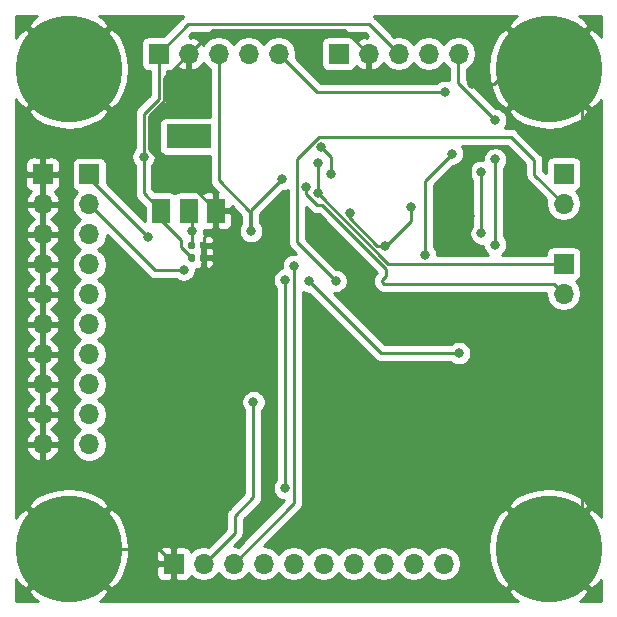
<source format=gbr>
%TF.GenerationSoftware,KiCad,Pcbnew,(5.1.6)-1*%
%TF.CreationDate,2020-08-01T22:19:45+05:30*%
%TF.ProjectId,first,66697273-742e-46b6-9963-61645f706362,rev?*%
%TF.SameCoordinates,Original*%
%TF.FileFunction,Copper,L2,Bot*%
%TF.FilePolarity,Positive*%
%FSLAX46Y46*%
G04 Gerber Fmt 4.6, Leading zero omitted, Abs format (unit mm)*
G04 Created by KiCad (PCBNEW (5.1.6)-1) date 2020-08-01 22:19:45*
%MOMM*%
%LPD*%
G01*
G04 APERTURE LIST*
%TA.AperFunction,ComponentPad*%
%ADD10O,1.700000X1.700000*%
%TD*%
%TA.AperFunction,ComponentPad*%
%ADD11R,1.700000X1.700000*%
%TD*%
%TA.AperFunction,ComponentPad*%
%ADD12C,0.900000*%
%TD*%
%TA.AperFunction,ComponentPad*%
%ADD13C,9.000000*%
%TD*%
%TA.AperFunction,SMDPad,CuDef*%
%ADD14R,3.800000X2.000000*%
%TD*%
%TA.AperFunction,SMDPad,CuDef*%
%ADD15R,1.500000X2.000000*%
%TD*%
%TA.AperFunction,ViaPad*%
%ADD16C,0.800000*%
%TD*%
%TA.AperFunction,Conductor*%
%ADD17C,0.250000*%
%TD*%
%TA.AperFunction,Conductor*%
%ADD18C,0.254000*%
%TD*%
G04 APERTURE END LIST*
D10*
%TO.P,J3,10*%
%TO.N,GND*%
X31860000Y-68250000D03*
%TO.P,J3,9*%
X31860000Y-65710000D03*
%TO.P,J3,8*%
X31860000Y-63170000D03*
%TO.P,J3,7*%
X31860000Y-60630000D03*
%TO.P,J3,6*%
X31860000Y-58090000D03*
%TO.P,J3,5*%
X31860000Y-55550000D03*
%TO.P,J3,4*%
X31860000Y-53010000D03*
%TO.P,J3,3*%
X31860000Y-50470000D03*
%TO.P,J3,2*%
X31860000Y-47930000D03*
D11*
%TO.P,J3,1*%
X31860000Y-45390000D03*
%TD*%
%TO.P,C1_V1,1*%
%TO.N,GND*%
%TA.AperFunction,SMDPad,CuDef*%
G36*
G01*
X45755000Y-52317500D02*
X45755000Y-52662500D01*
G75*
G02*
X45607500Y-52810000I-147500J0D01*
G01*
X45312500Y-52810000D01*
G75*
G02*
X45165000Y-52662500I0J147500D01*
G01*
X45165000Y-52317500D01*
G75*
G02*
X45312500Y-52170000I147500J0D01*
G01*
X45607500Y-52170000D01*
G75*
G02*
X45755000Y-52317500I0J-147500D01*
G01*
G37*
%TD.AperFunction*%
%TO.P,C1_V1,2*%
%TO.N,5V_IN*%
%TA.AperFunction,SMDPad,CuDef*%
G36*
G01*
X44785000Y-52317500D02*
X44785000Y-52662500D01*
G75*
G02*
X44637500Y-52810000I-147500J0D01*
G01*
X44342500Y-52810000D01*
G75*
G02*
X44195000Y-52662500I0J147500D01*
G01*
X44195000Y-52317500D01*
G75*
G02*
X44342500Y-52170000I147500J0D01*
G01*
X44637500Y-52170000D01*
G75*
G02*
X44785000Y-52317500I0J-147500D01*
G01*
G37*
%TD.AperFunction*%
%TD*%
%TO.P,C2_V1,2*%
%TO.N,GND*%
%TA.AperFunction,SMDPad,CuDef*%
G36*
G01*
X45160000Y-51592500D02*
X45160000Y-51247500D01*
G75*
G02*
X45307500Y-51100000I147500J0D01*
G01*
X45602500Y-51100000D01*
G75*
G02*
X45750000Y-51247500I0J-147500D01*
G01*
X45750000Y-51592500D01*
G75*
G02*
X45602500Y-51740000I-147500J0D01*
G01*
X45307500Y-51740000D01*
G75*
G02*
X45160000Y-51592500I0J147500D01*
G01*
G37*
%TD.AperFunction*%
%TO.P,C2_V1,1*%
%TO.N,BOOT*%
%TA.AperFunction,SMDPad,CuDef*%
G36*
G01*
X44190000Y-51592500D02*
X44190000Y-51247500D01*
G75*
G02*
X44337500Y-51100000I147500J0D01*
G01*
X44632500Y-51100000D01*
G75*
G02*
X44780000Y-51247500I0J-147500D01*
G01*
X44780000Y-51592500D01*
G75*
G02*
X44632500Y-51740000I-147500J0D01*
G01*
X44337500Y-51740000D01*
G75*
G02*
X44190000Y-51592500I0J147500D01*
G01*
G37*
%TD.AperFunction*%
%TD*%
D12*
%TO.P,H1,1*%
%TO.N,GND*%
X36446485Y-34073515D03*
X34060000Y-33085000D03*
X31673515Y-34073515D03*
X30685000Y-36460000D03*
X31673515Y-38846485D03*
X34060000Y-39835000D03*
X36446485Y-38846485D03*
X37435000Y-36460000D03*
D13*
X34060000Y-36460000D03*
%TD*%
%TO.P,H2,1*%
%TO.N,GND*%
X74700000Y-77100000D03*
D12*
X78075000Y-77100000D03*
X77086485Y-79486485D03*
X74700000Y-80475000D03*
X72313515Y-79486485D03*
X71325000Y-77100000D03*
X72313515Y-74713515D03*
X74700000Y-73725000D03*
X77086485Y-74713515D03*
%TD*%
%TO.P,H3,1*%
%TO.N,GND*%
X36446485Y-74713515D03*
X34060000Y-73725000D03*
X31673515Y-74713515D03*
X30685000Y-77100000D03*
X31673515Y-79486485D03*
X34060000Y-80475000D03*
X36446485Y-79486485D03*
X37435000Y-77100000D03*
D13*
X34060000Y-77100000D03*
%TD*%
%TO.P,H4,1*%
%TO.N,GND*%
X74700000Y-36460000D03*
D12*
X78075000Y-36460000D03*
X77086485Y-38846485D03*
X74700000Y-39835000D03*
X72313515Y-38846485D03*
X71325000Y-36460000D03*
X72313515Y-34073515D03*
X74700000Y-33085000D03*
X77086485Y-34073515D03*
%TD*%
D11*
%TO.P,J2,1*%
%TO.N,GND*%
X42950000Y-78370000D03*
D10*
%TO.P,J2,2*%
%TO.N,C13*%
X45490000Y-78370000D03*
%TO.P,J2,3*%
%TO.N,B8*%
X48030000Y-78370000D03*
%TO.P,J2,4*%
%TO.N,B9*%
X50570000Y-78370000D03*
%TO.P,J2,5*%
%TO.N,B0*%
X53110000Y-78370000D03*
%TO.P,J2,6*%
%TO.N,B1*%
X55650000Y-78370000D03*
%TO.P,J2,7*%
%TO.N,B2*%
X58190000Y-78370000D03*
%TO.P,J2,8*%
%TO.N,B14*%
X60730000Y-78370000D03*
%TO.P,J2,9*%
%TO.N,B15*%
X63270000Y-78370000D03*
%TO.P,J2,10*%
%TO.N,A8*%
X65810000Y-78370000D03*
%TD*%
D11*
%TO.P,J3,1*%
%TO.N,C14*%
X35810000Y-45420000D03*
D10*
%TO.P,J3,2*%
%TO.N,C15*%
X35810000Y-47960000D03*
%TO.P,J3,3*%
%TO.N,A0*%
X35810000Y-50500000D03*
%TO.P,J3,4*%
%TO.N,A1*%
X35810000Y-53040000D03*
%TO.P,J3,5*%
%TO.N,A2*%
X35810000Y-55580000D03*
%TO.P,J3,6*%
%TO.N,A3*%
X35810000Y-58120000D03*
%TO.P,J3,7*%
%TO.N,A4*%
X35810000Y-60660000D03*
%TO.P,J3,8*%
%TO.N,A5*%
X35810000Y-63200000D03*
%TO.P,J3,9*%
%TO.N,A6*%
X35810000Y-65740000D03*
%TO.P,J3,10*%
%TO.N,A7*%
X35810000Y-68280000D03*
%TD*%
%TO.P,J4,5*%
%TO.N,SWDIO*%
X51840000Y-35190000D03*
%TO.P,J4,4*%
%TO.N,SWCLK*%
X49300000Y-35190000D03*
%TO.P,J4,3*%
%TO.N,BOOT*%
X46760000Y-35190000D03*
%TO.P,J4,2*%
%TO.N,GND*%
X44220000Y-35190000D03*
D11*
%TO.P,J4,1*%
%TO.N,5V_IN*%
X41680000Y-35190000D03*
%TD*%
D10*
%TO.P,J5,2*%
%TO.N,SDA2*%
X75970000Y-47890000D03*
D11*
%TO.P,J5,1*%
%TO.N,SCL2*%
X75970000Y-45350000D03*
%TD*%
%TO.P,J6,1*%
%TO.N,SCL1*%
X75970000Y-52970000D03*
D10*
%TO.P,J6,2*%
%TO.N,SDA1*%
X75970000Y-55510000D03*
%TD*%
D11*
%TO.P,J7,1*%
%TO.N,Net-(J7-Pad1)*%
X56920000Y-35190000D03*
D10*
%TO.P,J7,2*%
%TO.N,GND*%
X59460000Y-35190000D03*
%TO.P,J7,3*%
%TO.N,5V_IN*%
X62000000Y-35190000D03*
%TO.P,J7,4*%
%TO.N,RX*%
X64540000Y-35190000D03*
%TO.P,J7,5*%
%TO.N,TX*%
X67080000Y-35190000D03*
%TD*%
D14*
%TO.P,U1,2*%
%TO.N,BOOT*%
X44220000Y-42200000D03*
D15*
X44220000Y-48500000D03*
%TO.P,U1,3*%
%TO.N,5V_IN*%
X41920000Y-48500000D03*
%TO.P,U1,1*%
%TO.N,GND*%
X46520000Y-48500000D03*
%TD*%
D16*
%TO.N,GND*%
X42550000Y-44880000D03*
X63240000Y-67690000D03*
X68090000Y-48970000D03*
X68090000Y-43480000D03*
X68200000Y-37730000D03*
%TO.N,5V_IN*%
X40410000Y-43920000D03*
%TO.N,TX*%
X70180000Y-51370000D03*
X70180000Y-44140000D03*
X70180000Y-40830000D03*
%TO.N,RX*%
X69020000Y-50410000D03*
X69000000Y-45210000D03*
%TO.N,B9*%
X52404999Y-54364999D03*
X52404999Y-71975001D03*
%TO.N,B8*%
X53130000Y-53150000D03*
%TO.N,SWDIO*%
X64240000Y-52245000D03*
X66550000Y-43660000D03*
X65940000Y-38430000D03*
%TO.N,SWCLK*%
X56309298Y-45410702D03*
X55467347Y-43097347D03*
%TO.N,SDA2*%
X56680000Y-54440000D03*
%TO.N,SDA1*%
X54130000Y-46489298D03*
%TO.N,SCL1*%
X55170000Y-46970000D03*
X55170000Y-44420000D03*
%TO.N,BOOT*%
X44490000Y-50230000D03*
X49520000Y-50230000D03*
X60840000Y-51440000D03*
X63030000Y-48160000D03*
X57880153Y-48714847D03*
X67100000Y-60540000D03*
X54440000Y-54470000D03*
X52150000Y-45820000D03*
%TO.N,C15*%
X43800000Y-53490000D03*
%TO.N,C14*%
X40780000Y-50720000D03*
%TO.N,C13*%
X49720000Y-64690000D03*
%TD*%
D17*
%TO.N,GND*%
X44220000Y-46620000D02*
X44675002Y-46620000D01*
X44220000Y-35190000D02*
X42130010Y-37279990D01*
X44675002Y-46620000D02*
X46520000Y-48464998D01*
X42130010Y-37279990D02*
X42130010Y-39186400D01*
X46520000Y-48464998D02*
X46520000Y-48500000D01*
X40860010Y-43260010D02*
X44220000Y-46620000D01*
X42130010Y-39186400D02*
X40860010Y-40456400D01*
X40860010Y-40456400D02*
X40860010Y-43260010D01*
X46520000Y-48500000D02*
X46520000Y-49780000D01*
X46520000Y-49780000D02*
X45560000Y-50740000D01*
X45460000Y-51425000D02*
X45455000Y-51420000D01*
X45560000Y-51315000D02*
X45455000Y-51420000D01*
X45560000Y-50740000D02*
X45560000Y-51315000D01*
X44220000Y-35190000D02*
X46259990Y-33150010D01*
X57420010Y-33150010D02*
X59460000Y-35190000D01*
X46259990Y-33150010D02*
X57420010Y-33150010D01*
X41680000Y-77100000D02*
X42950000Y-78370000D01*
X37435000Y-77100000D02*
X41680000Y-77100000D01*
X77536484Y-39296484D02*
X77086485Y-38846485D01*
X77086485Y-74713515D02*
X77536484Y-74263516D01*
X75980000Y-67690000D02*
X77536484Y-69246484D01*
X63240000Y-67690000D02*
X75980000Y-67690000D01*
X77536484Y-74263516D02*
X77536484Y-69246484D01*
X77536484Y-69246484D02*
X77536484Y-39296484D01*
X68090000Y-48970000D02*
X68090000Y-43480000D01*
X70055000Y-37730000D02*
X71325000Y-36460000D01*
X68200000Y-37730000D02*
X70055000Y-37730000D01*
%TO.N,5V_IN*%
X41680000Y-35190000D02*
X41680000Y-39000000D01*
X41680000Y-39000000D02*
X40410000Y-40270000D01*
X40410000Y-46990000D02*
X41920000Y-48500000D01*
X40410000Y-40270000D02*
X40410000Y-43920000D01*
X41920000Y-48500000D02*
X41920000Y-49290000D01*
X41920000Y-49290000D02*
X43580000Y-50950000D01*
X43580000Y-51580000D02*
X44490000Y-52490000D01*
X43580000Y-50950000D02*
X43580000Y-51580000D01*
X40410000Y-43920000D02*
X40410000Y-46990000D01*
X41680000Y-35190000D02*
X44170000Y-32700000D01*
X59510000Y-32700000D02*
X62000000Y-35190000D01*
X44170000Y-32700000D02*
X59510000Y-32700000D01*
%TO.N,TX*%
X67080000Y-35190000D02*
X67080000Y-35160000D01*
X70180000Y-51370000D02*
X70180000Y-44140000D01*
X70180000Y-40830000D02*
X67050000Y-37700000D01*
X67050000Y-35220000D02*
X67080000Y-35190000D01*
X67050000Y-37700000D02*
X67050000Y-35220000D01*
%TO.N,RX*%
X69020000Y-50410000D02*
X69000000Y-50410000D01*
X69000000Y-50410000D02*
X69000000Y-45210000D01*
%TO.N,B9*%
X52404999Y-54364999D02*
X52404999Y-71975001D01*
X52404999Y-71975001D02*
X52404999Y-71975001D01*
%TO.N,B8*%
X53130000Y-73270000D02*
X48030000Y-78370000D01*
X53130000Y-53150000D02*
X53130000Y-73270000D01*
%TO.N,SWDIO*%
X64240000Y-52245000D02*
X64240000Y-45970000D01*
X64240000Y-45970000D02*
X66550000Y-43660000D01*
X55080000Y-38430000D02*
X51840000Y-35190000D01*
X65940000Y-38430000D02*
X55080000Y-38430000D01*
%TO.N,SWCLK*%
X56309298Y-45410702D02*
X56309298Y-43939298D01*
X56309298Y-43939298D02*
X55467347Y-43097347D01*
%TO.N,SDA2*%
X53404999Y-51164999D02*
X53404999Y-44086693D01*
X56680000Y-54440000D02*
X53404999Y-51164999D01*
X53404999Y-44086693D02*
X55261692Y-42230000D01*
X73510000Y-45430000D02*
X75970000Y-47890000D01*
X73510000Y-44230000D02*
X73510000Y-45430000D01*
X55261692Y-42230000D02*
X71510000Y-42230000D01*
X71510000Y-42230000D02*
X73510000Y-44230000D01*
%TO.N,SDA1*%
X60760000Y-54700000D02*
X75160000Y-54700000D01*
X60620000Y-54560000D02*
X60760000Y-54700000D01*
X60620000Y-54340000D02*
X60620000Y-54560000D01*
X54130000Y-47054983D02*
X55125017Y-48050000D01*
X54130000Y-46489298D02*
X54130000Y-47054983D01*
X55125017Y-48050000D02*
X55553590Y-48050000D01*
X55553590Y-48050000D02*
X60923600Y-53420010D01*
X75160000Y-54700000D02*
X75970000Y-55510000D01*
X60923600Y-54036400D02*
X60620000Y-54340000D01*
X60923600Y-53420010D02*
X60923600Y-54036400D01*
%TO.N,SCL1*%
X55170000Y-46970000D02*
X55170000Y-44420000D01*
X55170000Y-44420000D02*
X55170000Y-44420000D01*
X55170000Y-46970000D02*
X55170000Y-47030000D01*
X61110000Y-52970000D02*
X75970000Y-52970000D01*
X55170000Y-47030000D02*
X61110000Y-52970000D01*
%TO.N,BOOT*%
X44220000Y-48500000D02*
X44280000Y-48440000D01*
X44485000Y-48645000D02*
X44485000Y-50135000D01*
X44280000Y-48440000D02*
X44485000Y-48645000D01*
X44485000Y-50135000D02*
X44485000Y-51420000D01*
X46760000Y-35190000D02*
X46760000Y-45900000D01*
X46760000Y-45900000D02*
X49460000Y-48600000D01*
X49460000Y-50170000D02*
X49520000Y-50230000D01*
X49460000Y-48600000D02*
X49460000Y-50170000D01*
X60840000Y-51440000D02*
X60960000Y-51440000D01*
X60960000Y-51440000D02*
X63030000Y-49370000D01*
X63030000Y-49370000D02*
X63030000Y-48160000D01*
X60840000Y-51440000D02*
X60216410Y-51440000D01*
X60216410Y-51440000D02*
X57830000Y-49053590D01*
X57830000Y-49053590D02*
X57830000Y-48765000D01*
X57830000Y-48765000D02*
X57880153Y-48714847D01*
X67100000Y-60540000D02*
X60510000Y-60540000D01*
X60510000Y-60540000D02*
X54440000Y-54470000D01*
X49520000Y-50230000D02*
X49520000Y-48570000D01*
X49520000Y-48570000D02*
X49520000Y-48450000D01*
X49520000Y-48450000D02*
X52150000Y-45820000D01*
%TO.N,C15*%
X43800000Y-53490000D02*
X43800000Y-53510000D01*
X43800000Y-53510000D02*
X43780000Y-53530000D01*
X41380000Y-53530000D02*
X35810000Y-47960000D01*
X43780000Y-53530000D02*
X41380000Y-53530000D01*
%TO.N,C14*%
X35810000Y-45750000D02*
X35810000Y-45420000D01*
X40780000Y-50720000D02*
X35810000Y-45750000D01*
%TO.N,C13*%
X49720000Y-64690000D02*
X49720000Y-72720000D01*
X49720000Y-72720000D02*
X48120000Y-74320000D01*
X48120000Y-75740000D02*
X45490000Y-78370000D01*
X48120000Y-74320000D02*
X48120000Y-75740000D01*
%TD*%
D18*
%TO.N,GND*%
G36*
X31256519Y-32128197D02*
G01*
X31130783Y-32212212D01*
X30614634Y-32835029D01*
X34060000Y-36280395D01*
X37505366Y-32835029D01*
X36989217Y-32212212D01*
X36678086Y-32040000D01*
X43792544Y-32040000D01*
X43745724Y-32065026D01*
X43629999Y-32159999D01*
X43606201Y-32188997D01*
X42093271Y-33701928D01*
X40830000Y-33701928D01*
X40705518Y-33714188D01*
X40585820Y-33750498D01*
X40475506Y-33809463D01*
X40378815Y-33888815D01*
X40299463Y-33985506D01*
X40240498Y-34095820D01*
X40204188Y-34215518D01*
X40191928Y-34340000D01*
X40191928Y-36040000D01*
X40204188Y-36164482D01*
X40240498Y-36284180D01*
X40299463Y-36394494D01*
X40378815Y-36491185D01*
X40475506Y-36570537D01*
X40585820Y-36629502D01*
X40705518Y-36665812D01*
X40830000Y-36678072D01*
X40920000Y-36678072D01*
X40920001Y-38685197D01*
X39899003Y-39706196D01*
X39869999Y-39729999D01*
X39816655Y-39795000D01*
X39775026Y-39845724D01*
X39730492Y-39929041D01*
X39704454Y-39977754D01*
X39660997Y-40121015D01*
X39650000Y-40232668D01*
X39650000Y-40232678D01*
X39646324Y-40270000D01*
X39650000Y-40307323D01*
X39650001Y-43216288D01*
X39606063Y-43260226D01*
X39492795Y-43429744D01*
X39414774Y-43618102D01*
X39375000Y-43818061D01*
X39375000Y-44021939D01*
X39414774Y-44221898D01*
X39492795Y-44410256D01*
X39606063Y-44579774D01*
X39650000Y-44623711D01*
X39650001Y-46952668D01*
X39646324Y-46990000D01*
X39650001Y-47027333D01*
X39659621Y-47125000D01*
X39660998Y-47138985D01*
X39704454Y-47282246D01*
X39775026Y-47414276D01*
X39817248Y-47465723D01*
X39870000Y-47530001D01*
X39898998Y-47553799D01*
X40531928Y-48186730D01*
X40531928Y-49397125D01*
X37298072Y-46163271D01*
X37298072Y-44570000D01*
X37285812Y-44445518D01*
X37249502Y-44325820D01*
X37190537Y-44215506D01*
X37111185Y-44118815D01*
X37014494Y-44039463D01*
X36904180Y-43980498D01*
X36784482Y-43944188D01*
X36660000Y-43931928D01*
X34960000Y-43931928D01*
X34835518Y-43944188D01*
X34715820Y-43980498D01*
X34605506Y-44039463D01*
X34508815Y-44118815D01*
X34429463Y-44215506D01*
X34370498Y-44325820D01*
X34334188Y-44445518D01*
X34321928Y-44570000D01*
X34321928Y-46270000D01*
X34334188Y-46394482D01*
X34370498Y-46514180D01*
X34429463Y-46624494D01*
X34508815Y-46721185D01*
X34605506Y-46800537D01*
X34715820Y-46859502D01*
X34788380Y-46881513D01*
X34656525Y-47013368D01*
X34494010Y-47256589D01*
X34382068Y-47526842D01*
X34325000Y-47813740D01*
X34325000Y-48106260D01*
X34382068Y-48393158D01*
X34494010Y-48663411D01*
X34656525Y-48906632D01*
X34863368Y-49113475D01*
X35037760Y-49230000D01*
X34863368Y-49346525D01*
X34656525Y-49553368D01*
X34494010Y-49796589D01*
X34382068Y-50066842D01*
X34325000Y-50353740D01*
X34325000Y-50646260D01*
X34382068Y-50933158D01*
X34494010Y-51203411D01*
X34656525Y-51446632D01*
X34863368Y-51653475D01*
X35037760Y-51770000D01*
X34863368Y-51886525D01*
X34656525Y-52093368D01*
X34494010Y-52336589D01*
X34382068Y-52606842D01*
X34325000Y-52893740D01*
X34325000Y-53186260D01*
X34382068Y-53473158D01*
X34494010Y-53743411D01*
X34656525Y-53986632D01*
X34863368Y-54193475D01*
X35037760Y-54310000D01*
X34863368Y-54426525D01*
X34656525Y-54633368D01*
X34494010Y-54876589D01*
X34382068Y-55146842D01*
X34325000Y-55433740D01*
X34325000Y-55726260D01*
X34382068Y-56013158D01*
X34494010Y-56283411D01*
X34656525Y-56526632D01*
X34863368Y-56733475D01*
X35037760Y-56850000D01*
X34863368Y-56966525D01*
X34656525Y-57173368D01*
X34494010Y-57416589D01*
X34382068Y-57686842D01*
X34325000Y-57973740D01*
X34325000Y-58266260D01*
X34382068Y-58553158D01*
X34494010Y-58823411D01*
X34656525Y-59066632D01*
X34863368Y-59273475D01*
X35037760Y-59390000D01*
X34863368Y-59506525D01*
X34656525Y-59713368D01*
X34494010Y-59956589D01*
X34382068Y-60226842D01*
X34325000Y-60513740D01*
X34325000Y-60806260D01*
X34382068Y-61093158D01*
X34494010Y-61363411D01*
X34656525Y-61606632D01*
X34863368Y-61813475D01*
X35037760Y-61930000D01*
X34863368Y-62046525D01*
X34656525Y-62253368D01*
X34494010Y-62496589D01*
X34382068Y-62766842D01*
X34325000Y-63053740D01*
X34325000Y-63346260D01*
X34382068Y-63633158D01*
X34494010Y-63903411D01*
X34656525Y-64146632D01*
X34863368Y-64353475D01*
X35037760Y-64470000D01*
X34863368Y-64586525D01*
X34656525Y-64793368D01*
X34494010Y-65036589D01*
X34382068Y-65306842D01*
X34325000Y-65593740D01*
X34325000Y-65886260D01*
X34382068Y-66173158D01*
X34494010Y-66443411D01*
X34656525Y-66686632D01*
X34863368Y-66893475D01*
X35037760Y-67010000D01*
X34863368Y-67126525D01*
X34656525Y-67333368D01*
X34494010Y-67576589D01*
X34382068Y-67846842D01*
X34325000Y-68133740D01*
X34325000Y-68426260D01*
X34382068Y-68713158D01*
X34494010Y-68983411D01*
X34656525Y-69226632D01*
X34863368Y-69433475D01*
X35106589Y-69595990D01*
X35376842Y-69707932D01*
X35663740Y-69765000D01*
X35956260Y-69765000D01*
X36243158Y-69707932D01*
X36513411Y-69595990D01*
X36756632Y-69433475D01*
X36963475Y-69226632D01*
X37125990Y-68983411D01*
X37237932Y-68713158D01*
X37295000Y-68426260D01*
X37295000Y-68133740D01*
X37237932Y-67846842D01*
X37125990Y-67576589D01*
X36963475Y-67333368D01*
X36756632Y-67126525D01*
X36582240Y-67010000D01*
X36756632Y-66893475D01*
X36963475Y-66686632D01*
X37125990Y-66443411D01*
X37237932Y-66173158D01*
X37295000Y-65886260D01*
X37295000Y-65593740D01*
X37237932Y-65306842D01*
X37125990Y-65036589D01*
X36963475Y-64793368D01*
X36756632Y-64586525D01*
X36582240Y-64470000D01*
X36756632Y-64353475D01*
X36963475Y-64146632D01*
X37125990Y-63903411D01*
X37237932Y-63633158D01*
X37295000Y-63346260D01*
X37295000Y-63053740D01*
X37237932Y-62766842D01*
X37125990Y-62496589D01*
X36963475Y-62253368D01*
X36756632Y-62046525D01*
X36582240Y-61930000D01*
X36756632Y-61813475D01*
X36963475Y-61606632D01*
X37125990Y-61363411D01*
X37237932Y-61093158D01*
X37295000Y-60806260D01*
X37295000Y-60513740D01*
X37237932Y-60226842D01*
X37125990Y-59956589D01*
X36963475Y-59713368D01*
X36756632Y-59506525D01*
X36582240Y-59390000D01*
X36756632Y-59273475D01*
X36963475Y-59066632D01*
X37125990Y-58823411D01*
X37237932Y-58553158D01*
X37295000Y-58266260D01*
X37295000Y-57973740D01*
X37237932Y-57686842D01*
X37125990Y-57416589D01*
X36963475Y-57173368D01*
X36756632Y-56966525D01*
X36582240Y-56850000D01*
X36756632Y-56733475D01*
X36963475Y-56526632D01*
X37125990Y-56283411D01*
X37237932Y-56013158D01*
X37295000Y-55726260D01*
X37295000Y-55433740D01*
X37237932Y-55146842D01*
X37125990Y-54876589D01*
X36963475Y-54633368D01*
X36756632Y-54426525D01*
X36582240Y-54310000D01*
X36756632Y-54193475D01*
X36963475Y-53986632D01*
X37125990Y-53743411D01*
X37237932Y-53473158D01*
X37295000Y-53186260D01*
X37295000Y-52893740D01*
X37237932Y-52606842D01*
X37125990Y-52336589D01*
X36963475Y-52093368D01*
X36756632Y-51886525D01*
X36582240Y-51770000D01*
X36756632Y-51653475D01*
X36963475Y-51446632D01*
X37125990Y-51203411D01*
X37237932Y-50933158D01*
X37295000Y-50646260D01*
X37295000Y-50519801D01*
X40816201Y-54041003D01*
X40839999Y-54070001D01*
X40868997Y-54093799D01*
X40955724Y-54164974D01*
X41087753Y-54235546D01*
X41231014Y-54279003D01*
X41380000Y-54293677D01*
X41417333Y-54290000D01*
X43136289Y-54290000D01*
X43140226Y-54293937D01*
X43309744Y-54407205D01*
X43498102Y-54485226D01*
X43698061Y-54525000D01*
X43901939Y-54525000D01*
X44101898Y-54485226D01*
X44290256Y-54407205D01*
X44459774Y-54293937D01*
X44603937Y-54149774D01*
X44717205Y-53980256D01*
X44795226Y-53791898D01*
X44835000Y-53591939D01*
X44835000Y-53419556D01*
X44913684Y-53395688D01*
X44920820Y-53399502D01*
X45040518Y-53435812D01*
X45165000Y-53448072D01*
X45174250Y-53445000D01*
X45333000Y-53286250D01*
X45333000Y-53019763D01*
X45363274Y-52963125D01*
X45407977Y-52815757D01*
X45423072Y-52662500D01*
X45423072Y-52617000D01*
X45587000Y-52617000D01*
X45587000Y-53286250D01*
X45745750Y-53445000D01*
X45755000Y-53448072D01*
X45879482Y-53435812D01*
X45999180Y-53399502D01*
X46109494Y-53340537D01*
X46206185Y-53261185D01*
X46285537Y-53164494D01*
X46344502Y-53054180D01*
X46380812Y-52934482D01*
X46393072Y-52810000D01*
X46390000Y-52775750D01*
X46231250Y-52617000D01*
X45587000Y-52617000D01*
X45423072Y-52617000D01*
X45423072Y-52317500D01*
X45407977Y-52164243D01*
X45363274Y-52016875D01*
X45333000Y-51960237D01*
X45333000Y-51940409D01*
X45358274Y-51893125D01*
X45402977Y-51745757D01*
X45418072Y-51592500D01*
X45418072Y-51547000D01*
X45582000Y-51547000D01*
X45582000Y-52216250D01*
X45587000Y-52221250D01*
X45587000Y-52363000D01*
X45728750Y-52363000D01*
X45740750Y-52375000D01*
X45750000Y-52378072D01*
X45874482Y-52365812D01*
X45883752Y-52363000D01*
X46231250Y-52363000D01*
X46390000Y-52204250D01*
X46393072Y-52170000D01*
X46380812Y-52045518D01*
X46350854Y-51946759D01*
X46375812Y-51864482D01*
X46388072Y-51740000D01*
X46385000Y-51705750D01*
X46226250Y-51547000D01*
X45888752Y-51547000D01*
X45879482Y-51544188D01*
X45755000Y-51531928D01*
X45745750Y-51535000D01*
X45733750Y-51547000D01*
X45582000Y-51547000D01*
X45418072Y-51547000D01*
X45418072Y-51273000D01*
X45582000Y-51273000D01*
X45582000Y-51293000D01*
X46226250Y-51293000D01*
X46385000Y-51134250D01*
X46388072Y-51100000D01*
X46375812Y-50975518D01*
X46339502Y-50855820D01*
X46280537Y-50745506D01*
X46201185Y-50648815D01*
X46104494Y-50569463D01*
X45994180Y-50510498D01*
X45874482Y-50474188D01*
X45750000Y-50461928D01*
X45740750Y-50465000D01*
X45582002Y-50623748D01*
X45582002Y-50465000D01*
X45498533Y-50465000D01*
X45525000Y-50331939D01*
X45525000Y-50128061D01*
X45516320Y-50084424D01*
X45525820Y-50089502D01*
X45645518Y-50125812D01*
X45770000Y-50138072D01*
X46234250Y-50135000D01*
X46393000Y-49976250D01*
X46393000Y-48627000D01*
X46647000Y-48627000D01*
X46647000Y-49976250D01*
X46805750Y-50135000D01*
X47270000Y-50138072D01*
X47394482Y-50125812D01*
X47514180Y-50089502D01*
X47624494Y-50030537D01*
X47721185Y-49951185D01*
X47800537Y-49854494D01*
X47859502Y-49744180D01*
X47895812Y-49624482D01*
X47908072Y-49500000D01*
X47905000Y-48785750D01*
X47746250Y-48627000D01*
X46647000Y-48627000D01*
X46393000Y-48627000D01*
X46373000Y-48627000D01*
X46373000Y-48373000D01*
X46393000Y-48373000D01*
X46393000Y-47023750D01*
X46234250Y-46865000D01*
X45770000Y-46861928D01*
X45645518Y-46874188D01*
X45525820Y-46910498D01*
X45415506Y-46969463D01*
X45370000Y-47006809D01*
X45324494Y-46969463D01*
X45214180Y-46910498D01*
X45094482Y-46874188D01*
X44970000Y-46861928D01*
X43470000Y-46861928D01*
X43345518Y-46874188D01*
X43225820Y-46910498D01*
X43115506Y-46969463D01*
X43070000Y-47006809D01*
X43024494Y-46969463D01*
X42914180Y-46910498D01*
X42794482Y-46874188D01*
X42670000Y-46861928D01*
X41356730Y-46861928D01*
X41170000Y-46675199D01*
X41170000Y-44623711D01*
X41213937Y-44579774D01*
X41327205Y-44410256D01*
X41405226Y-44221898D01*
X41445000Y-44021939D01*
X41445000Y-43818061D01*
X41405226Y-43618102D01*
X41327205Y-43429744D01*
X41213937Y-43260226D01*
X41170000Y-43216289D01*
X41170000Y-40584801D01*
X42191003Y-39563799D01*
X42220001Y-39540001D01*
X42314974Y-39424276D01*
X42385546Y-39292247D01*
X42429003Y-39148986D01*
X42440000Y-39037333D01*
X42440000Y-39037324D01*
X42443676Y-39000001D01*
X42440000Y-38962678D01*
X42440000Y-36678072D01*
X42530000Y-36678072D01*
X42654482Y-36665812D01*
X42774180Y-36629502D01*
X42884494Y-36570537D01*
X42981185Y-36491185D01*
X43060537Y-36394494D01*
X43119502Y-36284180D01*
X43143966Y-36203534D01*
X43219731Y-36287588D01*
X43453080Y-36461641D01*
X43715901Y-36586825D01*
X43863110Y-36631476D01*
X44093000Y-36510155D01*
X44093000Y-35317000D01*
X44073000Y-35317000D01*
X44073000Y-35063000D01*
X44093000Y-35063000D01*
X44093000Y-35043000D01*
X44347000Y-35043000D01*
X44347000Y-35063000D01*
X44367000Y-35063000D01*
X44367000Y-35317000D01*
X44347000Y-35317000D01*
X44347000Y-36510155D01*
X44576890Y-36631476D01*
X44724099Y-36586825D01*
X44986920Y-36461641D01*
X45220269Y-36287588D01*
X45415178Y-36071355D01*
X45484805Y-35954466D01*
X45606525Y-36136632D01*
X45813368Y-36343475D01*
X46000000Y-36468179D01*
X46000001Y-40561928D01*
X42320000Y-40561928D01*
X42195518Y-40574188D01*
X42075820Y-40610498D01*
X41965506Y-40669463D01*
X41868815Y-40748815D01*
X41789463Y-40845506D01*
X41730498Y-40955820D01*
X41694188Y-41075518D01*
X41681928Y-41200000D01*
X41681928Y-43200000D01*
X41694188Y-43324482D01*
X41730498Y-43444180D01*
X41789463Y-43554494D01*
X41868815Y-43651185D01*
X41965506Y-43730537D01*
X42075820Y-43789502D01*
X42195518Y-43825812D01*
X42320000Y-43838072D01*
X46000001Y-43838072D01*
X46000001Y-45862668D01*
X45996324Y-45900000D01*
X46000001Y-45937333D01*
X46010998Y-46048986D01*
X46015863Y-46065023D01*
X46054454Y-46192246D01*
X46125026Y-46324276D01*
X46183090Y-46395026D01*
X46220000Y-46440001D01*
X46248998Y-46463799D01*
X46727974Y-46942776D01*
X46647000Y-47023750D01*
X46647000Y-48373000D01*
X47746250Y-48373000D01*
X47905000Y-48214250D01*
X47905404Y-48120206D01*
X48700000Y-48914802D01*
X48700001Y-49594265D01*
X48602795Y-49739744D01*
X48524774Y-49928102D01*
X48485000Y-50128061D01*
X48485000Y-50331939D01*
X48524774Y-50531898D01*
X48602795Y-50720256D01*
X48716063Y-50889774D01*
X48860226Y-51033937D01*
X49029744Y-51147205D01*
X49218102Y-51225226D01*
X49418061Y-51265000D01*
X49621939Y-51265000D01*
X49821898Y-51225226D01*
X50010256Y-51147205D01*
X50179774Y-51033937D01*
X50323937Y-50889774D01*
X50437205Y-50720256D01*
X50515226Y-50531898D01*
X50555000Y-50331939D01*
X50555000Y-50128061D01*
X50515226Y-49928102D01*
X50437205Y-49739744D01*
X50323937Y-49570226D01*
X50280000Y-49526289D01*
X50280000Y-48764801D01*
X52189802Y-46855000D01*
X52251939Y-46855000D01*
X52451898Y-46815226D01*
X52640256Y-46737205D01*
X52645000Y-46734035D01*
X52644999Y-51127676D01*
X52641323Y-51164999D01*
X52644999Y-51202321D01*
X52644999Y-51202331D01*
X52655996Y-51313984D01*
X52694222Y-51439999D01*
X52699453Y-51457245D01*
X52770025Y-51589275D01*
X52772037Y-51591726D01*
X52864998Y-51705000D01*
X52894002Y-51728803D01*
X53292182Y-52126983D01*
X53231939Y-52115000D01*
X53028061Y-52115000D01*
X52828102Y-52154774D01*
X52639744Y-52232795D01*
X52470226Y-52346063D01*
X52326063Y-52490226D01*
X52212795Y-52659744D01*
X52134774Y-52848102D01*
X52095000Y-53048061D01*
X52095000Y-53251939D01*
X52117855Y-53366838D01*
X52103101Y-53369773D01*
X51914743Y-53447794D01*
X51745225Y-53561062D01*
X51601062Y-53705225D01*
X51487794Y-53874743D01*
X51409773Y-54063101D01*
X51369999Y-54263060D01*
X51369999Y-54466938D01*
X51409773Y-54666897D01*
X51487794Y-54855255D01*
X51601062Y-55024773D01*
X51644999Y-55068710D01*
X51645000Y-71271289D01*
X51601062Y-71315227D01*
X51487794Y-71484745D01*
X51409773Y-71673103D01*
X51369999Y-71873062D01*
X51369999Y-72076940D01*
X51409773Y-72276899D01*
X51487794Y-72465257D01*
X51601062Y-72634775D01*
X51745225Y-72778938D01*
X51914743Y-72892206D01*
X52103101Y-72970227D01*
X52303060Y-73010001D01*
X52315197Y-73010001D01*
X48396408Y-76928791D01*
X48176260Y-76885000D01*
X48049802Y-76885000D01*
X48631003Y-76303799D01*
X48660001Y-76280001D01*
X48754974Y-76164276D01*
X48825546Y-76032247D01*
X48869003Y-75888986D01*
X48880000Y-75777333D01*
X48880000Y-75777325D01*
X48883676Y-75740000D01*
X48880000Y-75702675D01*
X48880000Y-74634801D01*
X50231003Y-73283799D01*
X50260001Y-73260001D01*
X50354974Y-73144276D01*
X50425546Y-73012247D01*
X50469003Y-72868986D01*
X50480000Y-72757333D01*
X50480000Y-72757325D01*
X50483676Y-72720000D01*
X50480000Y-72682675D01*
X50480000Y-65393711D01*
X50523937Y-65349774D01*
X50637205Y-65180256D01*
X50715226Y-64991898D01*
X50755000Y-64791939D01*
X50755000Y-64588061D01*
X50715226Y-64388102D01*
X50637205Y-64199744D01*
X50523937Y-64030226D01*
X50379774Y-63886063D01*
X50210256Y-63772795D01*
X50021898Y-63694774D01*
X49821939Y-63655000D01*
X49618061Y-63655000D01*
X49418102Y-63694774D01*
X49229744Y-63772795D01*
X49060226Y-63886063D01*
X48916063Y-64030226D01*
X48802795Y-64199744D01*
X48724774Y-64388102D01*
X48685000Y-64588061D01*
X48685000Y-64791939D01*
X48724774Y-64991898D01*
X48802795Y-65180256D01*
X48916063Y-65349774D01*
X48960000Y-65393711D01*
X48960001Y-72405197D01*
X47609003Y-73756196D01*
X47579999Y-73779999D01*
X47524871Y-73847174D01*
X47485026Y-73895724D01*
X47480279Y-73904605D01*
X47414454Y-74027754D01*
X47370997Y-74171015D01*
X47360000Y-74282668D01*
X47360000Y-74282678D01*
X47356324Y-74320000D01*
X47360000Y-74357323D01*
X47360001Y-75425197D01*
X45856408Y-76928791D01*
X45636260Y-76885000D01*
X45343740Y-76885000D01*
X45056842Y-76942068D01*
X44786589Y-77054010D01*
X44543368Y-77216525D01*
X44411513Y-77348380D01*
X44389502Y-77275820D01*
X44330537Y-77165506D01*
X44251185Y-77068815D01*
X44154494Y-76989463D01*
X44044180Y-76930498D01*
X43924482Y-76894188D01*
X43800000Y-76881928D01*
X43235750Y-76885000D01*
X43077000Y-77043750D01*
X43077000Y-78243000D01*
X43097000Y-78243000D01*
X43097000Y-78497000D01*
X43077000Y-78497000D01*
X43077000Y-79696250D01*
X43235750Y-79855000D01*
X43800000Y-79858072D01*
X43924482Y-79845812D01*
X44044180Y-79809502D01*
X44154494Y-79750537D01*
X44251185Y-79671185D01*
X44330537Y-79574494D01*
X44389502Y-79464180D01*
X44411513Y-79391620D01*
X44543368Y-79523475D01*
X44786589Y-79685990D01*
X45056842Y-79797932D01*
X45343740Y-79855000D01*
X45636260Y-79855000D01*
X45923158Y-79797932D01*
X46193411Y-79685990D01*
X46436632Y-79523475D01*
X46643475Y-79316632D01*
X46760000Y-79142240D01*
X46876525Y-79316632D01*
X47083368Y-79523475D01*
X47326589Y-79685990D01*
X47596842Y-79797932D01*
X47883740Y-79855000D01*
X48176260Y-79855000D01*
X48463158Y-79797932D01*
X48733411Y-79685990D01*
X48976632Y-79523475D01*
X49183475Y-79316632D01*
X49300000Y-79142240D01*
X49416525Y-79316632D01*
X49623368Y-79523475D01*
X49866589Y-79685990D01*
X50136842Y-79797932D01*
X50423740Y-79855000D01*
X50716260Y-79855000D01*
X51003158Y-79797932D01*
X51273411Y-79685990D01*
X51516632Y-79523475D01*
X51723475Y-79316632D01*
X51840000Y-79142240D01*
X51956525Y-79316632D01*
X52163368Y-79523475D01*
X52406589Y-79685990D01*
X52676842Y-79797932D01*
X52963740Y-79855000D01*
X53256260Y-79855000D01*
X53543158Y-79797932D01*
X53813411Y-79685990D01*
X54056632Y-79523475D01*
X54263475Y-79316632D01*
X54380000Y-79142240D01*
X54496525Y-79316632D01*
X54703368Y-79523475D01*
X54946589Y-79685990D01*
X55216842Y-79797932D01*
X55503740Y-79855000D01*
X55796260Y-79855000D01*
X56083158Y-79797932D01*
X56353411Y-79685990D01*
X56596632Y-79523475D01*
X56803475Y-79316632D01*
X56920000Y-79142240D01*
X57036525Y-79316632D01*
X57243368Y-79523475D01*
X57486589Y-79685990D01*
X57756842Y-79797932D01*
X58043740Y-79855000D01*
X58336260Y-79855000D01*
X58623158Y-79797932D01*
X58893411Y-79685990D01*
X59136632Y-79523475D01*
X59343475Y-79316632D01*
X59460000Y-79142240D01*
X59576525Y-79316632D01*
X59783368Y-79523475D01*
X60026589Y-79685990D01*
X60296842Y-79797932D01*
X60583740Y-79855000D01*
X60876260Y-79855000D01*
X61163158Y-79797932D01*
X61433411Y-79685990D01*
X61676632Y-79523475D01*
X61883475Y-79316632D01*
X62000000Y-79142240D01*
X62116525Y-79316632D01*
X62323368Y-79523475D01*
X62566589Y-79685990D01*
X62836842Y-79797932D01*
X63123740Y-79855000D01*
X63416260Y-79855000D01*
X63703158Y-79797932D01*
X63973411Y-79685990D01*
X64216632Y-79523475D01*
X64423475Y-79316632D01*
X64540000Y-79142240D01*
X64656525Y-79316632D01*
X64863368Y-79523475D01*
X65106589Y-79685990D01*
X65376842Y-79797932D01*
X65663740Y-79855000D01*
X65956260Y-79855000D01*
X66243158Y-79797932D01*
X66513411Y-79685990D01*
X66756632Y-79523475D01*
X66963475Y-79316632D01*
X67125990Y-79073411D01*
X67237932Y-78803158D01*
X67295000Y-78516260D01*
X67295000Y-78223740D01*
X67237932Y-77936842D01*
X67125990Y-77666589D01*
X66963475Y-77423368D01*
X66756632Y-77216525D01*
X66513411Y-77054010D01*
X66441900Y-77024389D01*
X69540707Y-77024389D01*
X69625090Y-78032370D01*
X69904499Y-79004520D01*
X70368197Y-79903481D01*
X70452212Y-80029217D01*
X71075029Y-80545366D01*
X74520395Y-77100000D01*
X71075029Y-73654634D01*
X70452212Y-74170783D01*
X69962370Y-75055768D01*
X69654593Y-76019314D01*
X69540707Y-77024389D01*
X66441900Y-77024389D01*
X66243158Y-76942068D01*
X65956260Y-76885000D01*
X65663740Y-76885000D01*
X65376842Y-76942068D01*
X65106589Y-77054010D01*
X64863368Y-77216525D01*
X64656525Y-77423368D01*
X64540000Y-77597760D01*
X64423475Y-77423368D01*
X64216632Y-77216525D01*
X63973411Y-77054010D01*
X63703158Y-76942068D01*
X63416260Y-76885000D01*
X63123740Y-76885000D01*
X62836842Y-76942068D01*
X62566589Y-77054010D01*
X62323368Y-77216525D01*
X62116525Y-77423368D01*
X62000000Y-77597760D01*
X61883475Y-77423368D01*
X61676632Y-77216525D01*
X61433411Y-77054010D01*
X61163158Y-76942068D01*
X60876260Y-76885000D01*
X60583740Y-76885000D01*
X60296842Y-76942068D01*
X60026589Y-77054010D01*
X59783368Y-77216525D01*
X59576525Y-77423368D01*
X59460000Y-77597760D01*
X59343475Y-77423368D01*
X59136632Y-77216525D01*
X58893411Y-77054010D01*
X58623158Y-76942068D01*
X58336260Y-76885000D01*
X58043740Y-76885000D01*
X57756842Y-76942068D01*
X57486589Y-77054010D01*
X57243368Y-77216525D01*
X57036525Y-77423368D01*
X56920000Y-77597760D01*
X56803475Y-77423368D01*
X56596632Y-77216525D01*
X56353411Y-77054010D01*
X56083158Y-76942068D01*
X55796260Y-76885000D01*
X55503740Y-76885000D01*
X55216842Y-76942068D01*
X54946589Y-77054010D01*
X54703368Y-77216525D01*
X54496525Y-77423368D01*
X54380000Y-77597760D01*
X54263475Y-77423368D01*
X54056632Y-77216525D01*
X53813411Y-77054010D01*
X53543158Y-76942068D01*
X53256260Y-76885000D01*
X52963740Y-76885000D01*
X52676842Y-76942068D01*
X52406589Y-77054010D01*
X52163368Y-77216525D01*
X51956525Y-77423368D01*
X51840000Y-77597760D01*
X51723475Y-77423368D01*
X51516632Y-77216525D01*
X51273411Y-77054010D01*
X51003158Y-76942068D01*
X50716260Y-76885000D01*
X50589801Y-76885000D01*
X53641003Y-73833799D01*
X53670001Y-73810001D01*
X53764974Y-73694276D01*
X53835546Y-73562247D01*
X53862002Y-73475029D01*
X71254634Y-73475029D01*
X74700000Y-76920395D01*
X78145366Y-73475029D01*
X77629217Y-72852212D01*
X76744232Y-72362370D01*
X75780686Y-72054593D01*
X74775611Y-71940707D01*
X73767630Y-72025090D01*
X72795480Y-72304499D01*
X71896519Y-72768197D01*
X71770783Y-72852212D01*
X71254634Y-73475029D01*
X53862002Y-73475029D01*
X53879003Y-73418986D01*
X53890000Y-73307333D01*
X53890000Y-73307324D01*
X53893676Y-73270001D01*
X53890000Y-73232678D01*
X53890000Y-55347285D01*
X53949744Y-55387205D01*
X54138102Y-55465226D01*
X54338061Y-55505000D01*
X54400199Y-55505000D01*
X59946201Y-61051003D01*
X59969999Y-61080001D01*
X60085724Y-61174974D01*
X60217753Y-61245546D01*
X60361014Y-61289003D01*
X60472667Y-61300000D01*
X60472676Y-61300000D01*
X60509999Y-61303676D01*
X60547322Y-61300000D01*
X66396289Y-61300000D01*
X66440226Y-61343937D01*
X66609744Y-61457205D01*
X66798102Y-61535226D01*
X66998061Y-61575000D01*
X67201939Y-61575000D01*
X67401898Y-61535226D01*
X67590256Y-61457205D01*
X67759774Y-61343937D01*
X67903937Y-61199774D01*
X68017205Y-61030256D01*
X68095226Y-60841898D01*
X68135000Y-60641939D01*
X68135000Y-60438061D01*
X68095226Y-60238102D01*
X68017205Y-60049744D01*
X67903937Y-59880226D01*
X67759774Y-59736063D01*
X67590256Y-59622795D01*
X67401898Y-59544774D01*
X67201939Y-59505000D01*
X66998061Y-59505000D01*
X66798102Y-59544774D01*
X66609744Y-59622795D01*
X66440226Y-59736063D01*
X66396289Y-59780000D01*
X60824802Y-59780000D01*
X56505335Y-55460534D01*
X56578061Y-55475000D01*
X56781939Y-55475000D01*
X56981898Y-55435226D01*
X57170256Y-55357205D01*
X57339774Y-55243937D01*
X57483937Y-55099774D01*
X57597205Y-54930256D01*
X57675226Y-54741898D01*
X57715000Y-54541939D01*
X57715000Y-54338061D01*
X57675226Y-54138102D01*
X57597205Y-53949744D01*
X57483937Y-53780226D01*
X57339774Y-53636063D01*
X57170256Y-53522795D01*
X56981898Y-53444774D01*
X56781939Y-53405000D01*
X56719802Y-53405000D01*
X54164999Y-50850198D01*
X54164999Y-48164784D01*
X54561217Y-48561002D01*
X54585016Y-48590001D01*
X54614014Y-48613799D01*
X54700741Y-48684974D01*
X54832770Y-48755546D01*
X54976031Y-48799003D01*
X55125017Y-48813677D01*
X55162350Y-48810000D01*
X55238789Y-48810000D01*
X60156994Y-53728205D01*
X60109003Y-53776196D01*
X60079999Y-53799999D01*
X60024871Y-53867174D01*
X59985026Y-53915724D01*
X59928753Y-54021002D01*
X59914454Y-54047754D01*
X59870997Y-54191015D01*
X59860000Y-54302668D01*
X59860000Y-54302678D01*
X59856324Y-54340000D01*
X59860000Y-54377322D01*
X59860000Y-54522678D01*
X59856324Y-54560000D01*
X59860000Y-54597322D01*
X59860000Y-54597333D01*
X59870997Y-54708986D01*
X59914454Y-54852247D01*
X59985026Y-54984276D01*
X60079999Y-55100001D01*
X60109002Y-55123803D01*
X60196196Y-55210997D01*
X60219999Y-55240001D01*
X60335724Y-55334974D01*
X60467753Y-55405546D01*
X60611014Y-55449003D01*
X60722667Y-55460000D01*
X60722678Y-55460000D01*
X60760000Y-55463676D01*
X60797323Y-55460000D01*
X74485000Y-55460000D01*
X74485000Y-55656260D01*
X74542068Y-55943158D01*
X74654010Y-56213411D01*
X74816525Y-56456632D01*
X75023368Y-56663475D01*
X75266589Y-56825990D01*
X75536842Y-56937932D01*
X75823740Y-56995000D01*
X76116260Y-56995000D01*
X76403158Y-56937932D01*
X76673411Y-56825990D01*
X76916632Y-56663475D01*
X77123475Y-56456632D01*
X77285990Y-56213411D01*
X77397932Y-55943158D01*
X77455000Y-55656260D01*
X77455000Y-55363740D01*
X77397932Y-55076842D01*
X77285990Y-54806589D01*
X77123475Y-54563368D01*
X76991620Y-54431513D01*
X77064180Y-54409502D01*
X77174494Y-54350537D01*
X77271185Y-54271185D01*
X77350537Y-54174494D01*
X77409502Y-54064180D01*
X77445812Y-53944482D01*
X77458072Y-53820000D01*
X77458072Y-52120000D01*
X77445812Y-51995518D01*
X77409502Y-51875820D01*
X77350537Y-51765506D01*
X77271185Y-51668815D01*
X77174494Y-51589463D01*
X77064180Y-51530498D01*
X76944482Y-51494188D01*
X76820000Y-51481928D01*
X75120000Y-51481928D01*
X74995518Y-51494188D01*
X74875820Y-51530498D01*
X74765506Y-51589463D01*
X74668815Y-51668815D01*
X74589463Y-51765506D01*
X74530498Y-51875820D01*
X74494188Y-51995518D01*
X74481928Y-52120000D01*
X74481928Y-52210000D01*
X70785802Y-52210000D01*
X70839774Y-52173937D01*
X70983937Y-52029774D01*
X71097205Y-51860256D01*
X71175226Y-51671898D01*
X71215000Y-51471939D01*
X71215000Y-51268061D01*
X71175226Y-51068102D01*
X71097205Y-50879744D01*
X70983937Y-50710226D01*
X70940000Y-50666289D01*
X70940000Y-44843711D01*
X70983937Y-44799774D01*
X71097205Y-44630256D01*
X71175226Y-44441898D01*
X71215000Y-44241939D01*
X71215000Y-44038061D01*
X71175226Y-43838102D01*
X71097205Y-43649744D01*
X70983937Y-43480226D01*
X70839774Y-43336063D01*
X70670256Y-43222795D01*
X70481898Y-43144774D01*
X70281939Y-43105000D01*
X70078061Y-43105000D01*
X69878102Y-43144774D01*
X69689744Y-43222795D01*
X69520226Y-43336063D01*
X69376063Y-43480226D01*
X69262795Y-43649744D01*
X69184774Y-43838102D01*
X69145000Y-44038061D01*
X69145000Y-44183565D01*
X69101939Y-44175000D01*
X68898061Y-44175000D01*
X68698102Y-44214774D01*
X68509744Y-44292795D01*
X68340226Y-44406063D01*
X68196063Y-44550226D01*
X68082795Y-44719744D01*
X68004774Y-44908102D01*
X67965000Y-45108061D01*
X67965000Y-45311939D01*
X68004774Y-45511898D01*
X68082795Y-45700256D01*
X68196063Y-45869774D01*
X68240001Y-45913712D01*
X68240000Y-49726289D01*
X68216063Y-49750226D01*
X68102795Y-49919744D01*
X68024774Y-50108102D01*
X67985000Y-50308061D01*
X67985000Y-50511939D01*
X68024774Y-50711898D01*
X68102795Y-50900256D01*
X68216063Y-51069774D01*
X68360226Y-51213937D01*
X68529744Y-51327205D01*
X68718102Y-51405226D01*
X68918061Y-51445000D01*
X69121939Y-51445000D01*
X69145000Y-51440413D01*
X69145000Y-51471939D01*
X69184774Y-51671898D01*
X69262795Y-51860256D01*
X69376063Y-52029774D01*
X69520226Y-52173937D01*
X69574198Y-52210000D01*
X65275000Y-52210000D01*
X65275000Y-52143061D01*
X65235226Y-51943102D01*
X65157205Y-51754744D01*
X65043937Y-51585226D01*
X65000000Y-51541289D01*
X65000000Y-46284801D01*
X66589802Y-44695000D01*
X66651939Y-44695000D01*
X66851898Y-44655226D01*
X67040256Y-44577205D01*
X67209774Y-44463937D01*
X67353937Y-44319774D01*
X67467205Y-44150256D01*
X67545226Y-43961898D01*
X67585000Y-43761939D01*
X67585000Y-43558061D01*
X67545226Y-43358102D01*
X67467205Y-43169744D01*
X67353937Y-43000226D01*
X67343711Y-42990000D01*
X71195199Y-42990000D01*
X72750000Y-44544802D01*
X72750001Y-45392668D01*
X72746324Y-45430000D01*
X72750001Y-45467333D01*
X72750828Y-45475724D01*
X72760998Y-45578985D01*
X72804454Y-45722246D01*
X72875026Y-45854276D01*
X72939361Y-45932667D01*
X72970000Y-45970001D01*
X72998998Y-45993799D01*
X74528790Y-47523592D01*
X74485000Y-47743740D01*
X74485000Y-48036260D01*
X74542068Y-48323158D01*
X74654010Y-48593411D01*
X74816525Y-48836632D01*
X75023368Y-49043475D01*
X75266589Y-49205990D01*
X75536842Y-49317932D01*
X75823740Y-49375000D01*
X76116260Y-49375000D01*
X76403158Y-49317932D01*
X76673411Y-49205990D01*
X76916632Y-49043475D01*
X77123475Y-48836632D01*
X77285990Y-48593411D01*
X77397932Y-48323158D01*
X77455000Y-48036260D01*
X77455000Y-47743740D01*
X77397932Y-47456842D01*
X77285990Y-47186589D01*
X77123475Y-46943368D01*
X76991620Y-46811513D01*
X77064180Y-46789502D01*
X77174494Y-46730537D01*
X77271185Y-46651185D01*
X77350537Y-46554494D01*
X77409502Y-46444180D01*
X77445812Y-46324482D01*
X77458072Y-46200000D01*
X77458072Y-44500000D01*
X77445812Y-44375518D01*
X77409502Y-44255820D01*
X77350537Y-44145506D01*
X77271185Y-44048815D01*
X77174494Y-43969463D01*
X77064180Y-43910498D01*
X76944482Y-43874188D01*
X76820000Y-43861928D01*
X75120000Y-43861928D01*
X74995518Y-43874188D01*
X74875820Y-43910498D01*
X74765506Y-43969463D01*
X74668815Y-44048815D01*
X74589463Y-44145506D01*
X74530498Y-44255820D01*
X74494188Y-44375518D01*
X74481928Y-44500000D01*
X74481928Y-45327127D01*
X74270000Y-45115199D01*
X74270000Y-44267322D01*
X74273676Y-44229999D01*
X74270000Y-44192676D01*
X74270000Y-44192667D01*
X74259003Y-44081014D01*
X74215546Y-43937753D01*
X74186102Y-43882668D01*
X74144974Y-43805723D01*
X74073799Y-43718997D01*
X74050001Y-43689999D01*
X74021004Y-43666202D01*
X72073804Y-41719003D01*
X72050001Y-41689999D01*
X71934276Y-41595026D01*
X71802247Y-41524454D01*
X71658986Y-41480997D01*
X71547333Y-41470000D01*
X71547322Y-41470000D01*
X71510000Y-41466324D01*
X71472678Y-41470000D01*
X70997150Y-41470000D01*
X71097205Y-41320256D01*
X71175226Y-41131898D01*
X71215000Y-40931939D01*
X71215000Y-40728061D01*
X71175226Y-40528102D01*
X71097205Y-40339744D01*
X70983937Y-40170226D01*
X70898682Y-40084971D01*
X71254634Y-40084971D01*
X71770783Y-40707788D01*
X72655768Y-41197630D01*
X73619314Y-41505407D01*
X74624389Y-41619293D01*
X75632370Y-41534910D01*
X76604520Y-41255501D01*
X77503481Y-40791803D01*
X77629217Y-40707788D01*
X78145366Y-40084971D01*
X74700000Y-36639605D01*
X71254634Y-40084971D01*
X70898682Y-40084971D01*
X70839774Y-40026063D01*
X70670256Y-39912795D01*
X70481898Y-39834774D01*
X70281939Y-39795000D01*
X70219803Y-39795000D01*
X67810000Y-37385199D01*
X67810000Y-36488224D01*
X67965399Y-36384389D01*
X69540707Y-36384389D01*
X69625090Y-37392370D01*
X69904499Y-38364520D01*
X70368197Y-39263481D01*
X70452212Y-39389217D01*
X71075029Y-39905366D01*
X74520395Y-36460000D01*
X71075029Y-33014634D01*
X70452212Y-33530783D01*
X69962370Y-34415768D01*
X69654593Y-35379314D01*
X69540707Y-36384389D01*
X67965399Y-36384389D01*
X68026632Y-36343475D01*
X68233475Y-36136632D01*
X68395990Y-35893411D01*
X68507932Y-35623158D01*
X68565000Y-35336260D01*
X68565000Y-35043740D01*
X68507932Y-34756842D01*
X68395990Y-34486589D01*
X68233475Y-34243368D01*
X68026632Y-34036525D01*
X67783411Y-33874010D01*
X67513158Y-33762068D01*
X67226260Y-33705000D01*
X66933740Y-33705000D01*
X66646842Y-33762068D01*
X66376589Y-33874010D01*
X66133368Y-34036525D01*
X65926525Y-34243368D01*
X65810000Y-34417760D01*
X65693475Y-34243368D01*
X65486632Y-34036525D01*
X65243411Y-33874010D01*
X64973158Y-33762068D01*
X64686260Y-33705000D01*
X64393740Y-33705000D01*
X64106842Y-33762068D01*
X63836589Y-33874010D01*
X63593368Y-34036525D01*
X63386525Y-34243368D01*
X63270000Y-34417760D01*
X63153475Y-34243368D01*
X62946632Y-34036525D01*
X62703411Y-33874010D01*
X62433158Y-33762068D01*
X62146260Y-33705000D01*
X61853740Y-33705000D01*
X61633592Y-33748790D01*
X60073804Y-32189003D01*
X60050001Y-32159999D01*
X59934276Y-32065026D01*
X59887456Y-32040000D01*
X72067505Y-32040000D01*
X71896519Y-32128197D01*
X71770783Y-32212212D01*
X71254634Y-32835029D01*
X74700000Y-36280395D01*
X78145366Y-32835029D01*
X77629217Y-32212212D01*
X77318086Y-32040000D01*
X79110000Y-32040000D01*
X79110000Y-33808118D01*
X79031803Y-33656519D01*
X78947788Y-33530783D01*
X78324971Y-33014634D01*
X74879605Y-36460000D01*
X78324971Y-39905366D01*
X78947788Y-39389217D01*
X79110000Y-39096152D01*
X79110001Y-74448119D01*
X79031803Y-74296519D01*
X78947788Y-74170783D01*
X78324971Y-73654634D01*
X74879605Y-77100000D01*
X78324971Y-80545366D01*
X78947788Y-80029217D01*
X79110001Y-79736151D01*
X79110001Y-81520000D01*
X77332495Y-81520000D01*
X77503481Y-81431803D01*
X77629217Y-81347788D01*
X78145366Y-80724971D01*
X74700000Y-77279605D01*
X71254634Y-80724971D01*
X71770783Y-81347788D01*
X72081914Y-81520000D01*
X36692495Y-81520000D01*
X36863481Y-81431803D01*
X36989217Y-81347788D01*
X37505366Y-80724971D01*
X34060000Y-77279605D01*
X30614634Y-80724971D01*
X31130783Y-81347788D01*
X31441914Y-81520000D01*
X29630000Y-81520000D01*
X29630000Y-79713109D01*
X29728197Y-79903481D01*
X29812212Y-80029217D01*
X30435029Y-80545366D01*
X33880395Y-77100000D01*
X34239605Y-77100000D01*
X37684971Y-80545366D01*
X38307788Y-80029217D01*
X38755692Y-79220000D01*
X41461928Y-79220000D01*
X41474188Y-79344482D01*
X41510498Y-79464180D01*
X41569463Y-79574494D01*
X41648815Y-79671185D01*
X41745506Y-79750537D01*
X41855820Y-79809502D01*
X41975518Y-79845812D01*
X42100000Y-79858072D01*
X42664250Y-79855000D01*
X42823000Y-79696250D01*
X42823000Y-78497000D01*
X41623750Y-78497000D01*
X41465000Y-78655750D01*
X41461928Y-79220000D01*
X38755692Y-79220000D01*
X38797630Y-79144232D01*
X39105407Y-78180686D01*
X39180269Y-77520000D01*
X41461928Y-77520000D01*
X41465000Y-78084250D01*
X41623750Y-78243000D01*
X42823000Y-78243000D01*
X42823000Y-77043750D01*
X42664250Y-76885000D01*
X42100000Y-76881928D01*
X41975518Y-76894188D01*
X41855820Y-76930498D01*
X41745506Y-76989463D01*
X41648815Y-77068815D01*
X41569463Y-77165506D01*
X41510498Y-77275820D01*
X41474188Y-77395518D01*
X41461928Y-77520000D01*
X39180269Y-77520000D01*
X39219293Y-77175611D01*
X39134910Y-76167630D01*
X38855501Y-75195480D01*
X38391803Y-74296519D01*
X38307788Y-74170783D01*
X37684971Y-73654634D01*
X34239605Y-77100000D01*
X33880395Y-77100000D01*
X30435029Y-73654634D01*
X29812212Y-74170783D01*
X29630000Y-74499981D01*
X29630000Y-73475029D01*
X30614634Y-73475029D01*
X34060000Y-76920395D01*
X37505366Y-73475029D01*
X36989217Y-72852212D01*
X36104232Y-72362370D01*
X35140686Y-72054593D01*
X34135611Y-71940707D01*
X33127630Y-72025090D01*
X32155480Y-72304499D01*
X31256519Y-72768197D01*
X31130783Y-72852212D01*
X30614634Y-73475029D01*
X29630000Y-73475029D01*
X29630000Y-68606890D01*
X30418524Y-68606890D01*
X30463175Y-68754099D01*
X30588359Y-69016920D01*
X30762412Y-69250269D01*
X30978645Y-69445178D01*
X31228748Y-69594157D01*
X31503109Y-69691481D01*
X31733000Y-69570814D01*
X31733000Y-68377000D01*
X31987000Y-68377000D01*
X31987000Y-69570814D01*
X32216891Y-69691481D01*
X32491252Y-69594157D01*
X32741355Y-69445178D01*
X32957588Y-69250269D01*
X33131641Y-69016920D01*
X33256825Y-68754099D01*
X33301476Y-68606890D01*
X33180155Y-68377000D01*
X31987000Y-68377000D01*
X31733000Y-68377000D01*
X30539845Y-68377000D01*
X30418524Y-68606890D01*
X29630000Y-68606890D01*
X29630000Y-66066890D01*
X30418524Y-66066890D01*
X30463175Y-66214099D01*
X30588359Y-66476920D01*
X30762412Y-66710269D01*
X30978645Y-66905178D01*
X31104255Y-66980000D01*
X30978645Y-67054822D01*
X30762412Y-67249731D01*
X30588359Y-67483080D01*
X30463175Y-67745901D01*
X30418524Y-67893110D01*
X30539845Y-68123000D01*
X31733000Y-68123000D01*
X31733000Y-65837000D01*
X31987000Y-65837000D01*
X31987000Y-68123000D01*
X33180155Y-68123000D01*
X33301476Y-67893110D01*
X33256825Y-67745901D01*
X33131641Y-67483080D01*
X32957588Y-67249731D01*
X32741355Y-67054822D01*
X32615745Y-66980000D01*
X32741355Y-66905178D01*
X32957588Y-66710269D01*
X33131641Y-66476920D01*
X33256825Y-66214099D01*
X33301476Y-66066890D01*
X33180155Y-65837000D01*
X31987000Y-65837000D01*
X31733000Y-65837000D01*
X30539845Y-65837000D01*
X30418524Y-66066890D01*
X29630000Y-66066890D01*
X29630000Y-63526890D01*
X30418524Y-63526890D01*
X30463175Y-63674099D01*
X30588359Y-63936920D01*
X30762412Y-64170269D01*
X30978645Y-64365178D01*
X31104255Y-64440000D01*
X30978645Y-64514822D01*
X30762412Y-64709731D01*
X30588359Y-64943080D01*
X30463175Y-65205901D01*
X30418524Y-65353110D01*
X30539845Y-65583000D01*
X31733000Y-65583000D01*
X31733000Y-63297000D01*
X31987000Y-63297000D01*
X31987000Y-65583000D01*
X33180155Y-65583000D01*
X33301476Y-65353110D01*
X33256825Y-65205901D01*
X33131641Y-64943080D01*
X32957588Y-64709731D01*
X32741355Y-64514822D01*
X32615745Y-64440000D01*
X32741355Y-64365178D01*
X32957588Y-64170269D01*
X33131641Y-63936920D01*
X33256825Y-63674099D01*
X33301476Y-63526890D01*
X33180155Y-63297000D01*
X31987000Y-63297000D01*
X31733000Y-63297000D01*
X30539845Y-63297000D01*
X30418524Y-63526890D01*
X29630000Y-63526890D01*
X29630000Y-60986890D01*
X30418524Y-60986890D01*
X30463175Y-61134099D01*
X30588359Y-61396920D01*
X30762412Y-61630269D01*
X30978645Y-61825178D01*
X31104255Y-61900000D01*
X30978645Y-61974822D01*
X30762412Y-62169731D01*
X30588359Y-62403080D01*
X30463175Y-62665901D01*
X30418524Y-62813110D01*
X30539845Y-63043000D01*
X31733000Y-63043000D01*
X31733000Y-60757000D01*
X31987000Y-60757000D01*
X31987000Y-63043000D01*
X33180155Y-63043000D01*
X33301476Y-62813110D01*
X33256825Y-62665901D01*
X33131641Y-62403080D01*
X32957588Y-62169731D01*
X32741355Y-61974822D01*
X32615745Y-61900000D01*
X32741355Y-61825178D01*
X32957588Y-61630269D01*
X33131641Y-61396920D01*
X33256825Y-61134099D01*
X33301476Y-60986890D01*
X33180155Y-60757000D01*
X31987000Y-60757000D01*
X31733000Y-60757000D01*
X30539845Y-60757000D01*
X30418524Y-60986890D01*
X29630000Y-60986890D01*
X29630000Y-58446890D01*
X30418524Y-58446890D01*
X30463175Y-58594099D01*
X30588359Y-58856920D01*
X30762412Y-59090269D01*
X30978645Y-59285178D01*
X31104255Y-59360000D01*
X30978645Y-59434822D01*
X30762412Y-59629731D01*
X30588359Y-59863080D01*
X30463175Y-60125901D01*
X30418524Y-60273110D01*
X30539845Y-60503000D01*
X31733000Y-60503000D01*
X31733000Y-58217000D01*
X31987000Y-58217000D01*
X31987000Y-60503000D01*
X33180155Y-60503000D01*
X33301476Y-60273110D01*
X33256825Y-60125901D01*
X33131641Y-59863080D01*
X32957588Y-59629731D01*
X32741355Y-59434822D01*
X32615745Y-59360000D01*
X32741355Y-59285178D01*
X32957588Y-59090269D01*
X33131641Y-58856920D01*
X33256825Y-58594099D01*
X33301476Y-58446890D01*
X33180155Y-58217000D01*
X31987000Y-58217000D01*
X31733000Y-58217000D01*
X30539845Y-58217000D01*
X30418524Y-58446890D01*
X29630000Y-58446890D01*
X29630000Y-55906890D01*
X30418524Y-55906890D01*
X30463175Y-56054099D01*
X30588359Y-56316920D01*
X30762412Y-56550269D01*
X30978645Y-56745178D01*
X31104255Y-56820000D01*
X30978645Y-56894822D01*
X30762412Y-57089731D01*
X30588359Y-57323080D01*
X30463175Y-57585901D01*
X30418524Y-57733110D01*
X30539845Y-57963000D01*
X31733000Y-57963000D01*
X31733000Y-55677000D01*
X31987000Y-55677000D01*
X31987000Y-57963000D01*
X33180155Y-57963000D01*
X33301476Y-57733110D01*
X33256825Y-57585901D01*
X33131641Y-57323080D01*
X32957588Y-57089731D01*
X32741355Y-56894822D01*
X32615745Y-56820000D01*
X32741355Y-56745178D01*
X32957588Y-56550269D01*
X33131641Y-56316920D01*
X33256825Y-56054099D01*
X33301476Y-55906890D01*
X33180155Y-55677000D01*
X31987000Y-55677000D01*
X31733000Y-55677000D01*
X30539845Y-55677000D01*
X30418524Y-55906890D01*
X29630000Y-55906890D01*
X29630000Y-53366890D01*
X30418524Y-53366890D01*
X30463175Y-53514099D01*
X30588359Y-53776920D01*
X30762412Y-54010269D01*
X30978645Y-54205178D01*
X31104255Y-54280000D01*
X30978645Y-54354822D01*
X30762412Y-54549731D01*
X30588359Y-54783080D01*
X30463175Y-55045901D01*
X30418524Y-55193110D01*
X30539845Y-55423000D01*
X31733000Y-55423000D01*
X31733000Y-53137000D01*
X31987000Y-53137000D01*
X31987000Y-55423000D01*
X33180155Y-55423000D01*
X33301476Y-55193110D01*
X33256825Y-55045901D01*
X33131641Y-54783080D01*
X32957588Y-54549731D01*
X32741355Y-54354822D01*
X32615745Y-54280000D01*
X32741355Y-54205178D01*
X32957588Y-54010269D01*
X33131641Y-53776920D01*
X33256825Y-53514099D01*
X33301476Y-53366890D01*
X33180155Y-53137000D01*
X31987000Y-53137000D01*
X31733000Y-53137000D01*
X30539845Y-53137000D01*
X30418524Y-53366890D01*
X29630000Y-53366890D01*
X29630000Y-50826890D01*
X30418524Y-50826890D01*
X30463175Y-50974099D01*
X30588359Y-51236920D01*
X30762412Y-51470269D01*
X30978645Y-51665178D01*
X31104255Y-51740000D01*
X30978645Y-51814822D01*
X30762412Y-52009731D01*
X30588359Y-52243080D01*
X30463175Y-52505901D01*
X30418524Y-52653110D01*
X30539845Y-52883000D01*
X31733000Y-52883000D01*
X31733000Y-50597000D01*
X31987000Y-50597000D01*
X31987000Y-52883000D01*
X33180155Y-52883000D01*
X33301476Y-52653110D01*
X33256825Y-52505901D01*
X33131641Y-52243080D01*
X32957588Y-52009731D01*
X32741355Y-51814822D01*
X32615745Y-51740000D01*
X32741355Y-51665178D01*
X32957588Y-51470269D01*
X33131641Y-51236920D01*
X33256825Y-50974099D01*
X33301476Y-50826890D01*
X33180155Y-50597000D01*
X31987000Y-50597000D01*
X31733000Y-50597000D01*
X30539845Y-50597000D01*
X30418524Y-50826890D01*
X29630000Y-50826890D01*
X29630000Y-48286890D01*
X30418524Y-48286890D01*
X30463175Y-48434099D01*
X30588359Y-48696920D01*
X30762412Y-48930269D01*
X30978645Y-49125178D01*
X31104255Y-49200000D01*
X30978645Y-49274822D01*
X30762412Y-49469731D01*
X30588359Y-49703080D01*
X30463175Y-49965901D01*
X30418524Y-50113110D01*
X30539845Y-50343000D01*
X31733000Y-50343000D01*
X31733000Y-48057000D01*
X31987000Y-48057000D01*
X31987000Y-50343000D01*
X33180155Y-50343000D01*
X33301476Y-50113110D01*
X33256825Y-49965901D01*
X33131641Y-49703080D01*
X32957588Y-49469731D01*
X32741355Y-49274822D01*
X32615745Y-49200000D01*
X32741355Y-49125178D01*
X32957588Y-48930269D01*
X33131641Y-48696920D01*
X33256825Y-48434099D01*
X33301476Y-48286890D01*
X33180155Y-48057000D01*
X31987000Y-48057000D01*
X31733000Y-48057000D01*
X30539845Y-48057000D01*
X30418524Y-48286890D01*
X29630000Y-48286890D01*
X29630000Y-46240000D01*
X30371928Y-46240000D01*
X30384188Y-46364482D01*
X30420498Y-46484180D01*
X30479463Y-46594494D01*
X30558815Y-46691185D01*
X30655506Y-46770537D01*
X30765820Y-46829502D01*
X30846466Y-46853966D01*
X30762412Y-46929731D01*
X30588359Y-47163080D01*
X30463175Y-47425901D01*
X30418524Y-47573110D01*
X30539845Y-47803000D01*
X31733000Y-47803000D01*
X31733000Y-45517000D01*
X31987000Y-45517000D01*
X31987000Y-47803000D01*
X33180155Y-47803000D01*
X33301476Y-47573110D01*
X33256825Y-47425901D01*
X33131641Y-47163080D01*
X32957588Y-46929731D01*
X32873534Y-46853966D01*
X32954180Y-46829502D01*
X33064494Y-46770537D01*
X33161185Y-46691185D01*
X33240537Y-46594494D01*
X33299502Y-46484180D01*
X33335812Y-46364482D01*
X33348072Y-46240000D01*
X33345000Y-45675750D01*
X33186250Y-45517000D01*
X31987000Y-45517000D01*
X31733000Y-45517000D01*
X30533750Y-45517000D01*
X30375000Y-45675750D01*
X30371928Y-46240000D01*
X29630000Y-46240000D01*
X29630000Y-44540000D01*
X30371928Y-44540000D01*
X30375000Y-45104250D01*
X30533750Y-45263000D01*
X31733000Y-45263000D01*
X31733000Y-44063750D01*
X31987000Y-44063750D01*
X31987000Y-45263000D01*
X33186250Y-45263000D01*
X33345000Y-45104250D01*
X33348072Y-44540000D01*
X33335812Y-44415518D01*
X33299502Y-44295820D01*
X33240537Y-44185506D01*
X33161185Y-44088815D01*
X33064494Y-44009463D01*
X32954180Y-43950498D01*
X32834482Y-43914188D01*
X32710000Y-43901928D01*
X32145750Y-43905000D01*
X31987000Y-44063750D01*
X31733000Y-44063750D01*
X31574250Y-43905000D01*
X31010000Y-43901928D01*
X30885518Y-43914188D01*
X30765820Y-43950498D01*
X30655506Y-44009463D01*
X30558815Y-44088815D01*
X30479463Y-44185506D01*
X30420498Y-44295820D01*
X30384188Y-44415518D01*
X30371928Y-44540000D01*
X29630000Y-44540000D01*
X29630000Y-40084971D01*
X30614634Y-40084971D01*
X31130783Y-40707788D01*
X32015768Y-41197630D01*
X32979314Y-41505407D01*
X33984389Y-41619293D01*
X34992370Y-41534910D01*
X35964520Y-41255501D01*
X36863481Y-40791803D01*
X36989217Y-40707788D01*
X37505366Y-40084971D01*
X34060000Y-36639605D01*
X30614634Y-40084971D01*
X29630000Y-40084971D01*
X29630000Y-39073109D01*
X29728197Y-39263481D01*
X29812212Y-39389217D01*
X30435029Y-39905366D01*
X33880395Y-36460000D01*
X34239605Y-36460000D01*
X37684971Y-39905366D01*
X38307788Y-39389217D01*
X38797630Y-38504232D01*
X39105407Y-37540686D01*
X39219293Y-36535611D01*
X39134910Y-35527630D01*
X38855501Y-34555480D01*
X38391803Y-33656519D01*
X38307788Y-33530783D01*
X37684971Y-33014634D01*
X34239605Y-36460000D01*
X33880395Y-36460000D01*
X30435029Y-33014634D01*
X29812212Y-33530783D01*
X29630000Y-33859981D01*
X29630000Y-32040000D01*
X31427505Y-32040000D01*
X31256519Y-32128197D01*
G37*
X31256519Y-32128197D02*
X31130783Y-32212212D01*
X30614634Y-32835029D01*
X34060000Y-36280395D01*
X37505366Y-32835029D01*
X36989217Y-32212212D01*
X36678086Y-32040000D01*
X43792544Y-32040000D01*
X43745724Y-32065026D01*
X43629999Y-32159999D01*
X43606201Y-32188997D01*
X42093271Y-33701928D01*
X40830000Y-33701928D01*
X40705518Y-33714188D01*
X40585820Y-33750498D01*
X40475506Y-33809463D01*
X40378815Y-33888815D01*
X40299463Y-33985506D01*
X40240498Y-34095820D01*
X40204188Y-34215518D01*
X40191928Y-34340000D01*
X40191928Y-36040000D01*
X40204188Y-36164482D01*
X40240498Y-36284180D01*
X40299463Y-36394494D01*
X40378815Y-36491185D01*
X40475506Y-36570537D01*
X40585820Y-36629502D01*
X40705518Y-36665812D01*
X40830000Y-36678072D01*
X40920000Y-36678072D01*
X40920001Y-38685197D01*
X39899003Y-39706196D01*
X39869999Y-39729999D01*
X39816655Y-39795000D01*
X39775026Y-39845724D01*
X39730492Y-39929041D01*
X39704454Y-39977754D01*
X39660997Y-40121015D01*
X39650000Y-40232668D01*
X39650000Y-40232678D01*
X39646324Y-40270000D01*
X39650000Y-40307323D01*
X39650001Y-43216288D01*
X39606063Y-43260226D01*
X39492795Y-43429744D01*
X39414774Y-43618102D01*
X39375000Y-43818061D01*
X39375000Y-44021939D01*
X39414774Y-44221898D01*
X39492795Y-44410256D01*
X39606063Y-44579774D01*
X39650000Y-44623711D01*
X39650001Y-46952668D01*
X39646324Y-46990000D01*
X39650001Y-47027333D01*
X39659621Y-47125000D01*
X39660998Y-47138985D01*
X39704454Y-47282246D01*
X39775026Y-47414276D01*
X39817248Y-47465723D01*
X39870000Y-47530001D01*
X39898998Y-47553799D01*
X40531928Y-48186730D01*
X40531928Y-49397125D01*
X37298072Y-46163271D01*
X37298072Y-44570000D01*
X37285812Y-44445518D01*
X37249502Y-44325820D01*
X37190537Y-44215506D01*
X37111185Y-44118815D01*
X37014494Y-44039463D01*
X36904180Y-43980498D01*
X36784482Y-43944188D01*
X36660000Y-43931928D01*
X34960000Y-43931928D01*
X34835518Y-43944188D01*
X34715820Y-43980498D01*
X34605506Y-44039463D01*
X34508815Y-44118815D01*
X34429463Y-44215506D01*
X34370498Y-44325820D01*
X34334188Y-44445518D01*
X34321928Y-44570000D01*
X34321928Y-46270000D01*
X34334188Y-46394482D01*
X34370498Y-46514180D01*
X34429463Y-46624494D01*
X34508815Y-46721185D01*
X34605506Y-46800537D01*
X34715820Y-46859502D01*
X34788380Y-46881513D01*
X34656525Y-47013368D01*
X34494010Y-47256589D01*
X34382068Y-47526842D01*
X34325000Y-47813740D01*
X34325000Y-48106260D01*
X34382068Y-48393158D01*
X34494010Y-48663411D01*
X34656525Y-48906632D01*
X34863368Y-49113475D01*
X35037760Y-49230000D01*
X34863368Y-49346525D01*
X34656525Y-49553368D01*
X34494010Y-49796589D01*
X34382068Y-50066842D01*
X34325000Y-50353740D01*
X34325000Y-50646260D01*
X34382068Y-50933158D01*
X34494010Y-51203411D01*
X34656525Y-51446632D01*
X34863368Y-51653475D01*
X35037760Y-51770000D01*
X34863368Y-51886525D01*
X34656525Y-52093368D01*
X34494010Y-52336589D01*
X34382068Y-52606842D01*
X34325000Y-52893740D01*
X34325000Y-53186260D01*
X34382068Y-53473158D01*
X34494010Y-53743411D01*
X34656525Y-53986632D01*
X34863368Y-54193475D01*
X35037760Y-54310000D01*
X34863368Y-54426525D01*
X34656525Y-54633368D01*
X34494010Y-54876589D01*
X34382068Y-55146842D01*
X34325000Y-55433740D01*
X34325000Y-55726260D01*
X34382068Y-56013158D01*
X34494010Y-56283411D01*
X34656525Y-56526632D01*
X34863368Y-56733475D01*
X35037760Y-56850000D01*
X34863368Y-56966525D01*
X34656525Y-57173368D01*
X34494010Y-57416589D01*
X34382068Y-57686842D01*
X34325000Y-57973740D01*
X34325000Y-58266260D01*
X34382068Y-58553158D01*
X34494010Y-58823411D01*
X34656525Y-59066632D01*
X34863368Y-59273475D01*
X35037760Y-59390000D01*
X34863368Y-59506525D01*
X34656525Y-59713368D01*
X34494010Y-59956589D01*
X34382068Y-60226842D01*
X34325000Y-60513740D01*
X34325000Y-60806260D01*
X34382068Y-61093158D01*
X34494010Y-61363411D01*
X34656525Y-61606632D01*
X34863368Y-61813475D01*
X35037760Y-61930000D01*
X34863368Y-62046525D01*
X34656525Y-62253368D01*
X34494010Y-62496589D01*
X34382068Y-62766842D01*
X34325000Y-63053740D01*
X34325000Y-63346260D01*
X34382068Y-63633158D01*
X34494010Y-63903411D01*
X34656525Y-64146632D01*
X34863368Y-64353475D01*
X35037760Y-64470000D01*
X34863368Y-64586525D01*
X34656525Y-64793368D01*
X34494010Y-65036589D01*
X34382068Y-65306842D01*
X34325000Y-65593740D01*
X34325000Y-65886260D01*
X34382068Y-66173158D01*
X34494010Y-66443411D01*
X34656525Y-66686632D01*
X34863368Y-66893475D01*
X35037760Y-67010000D01*
X34863368Y-67126525D01*
X34656525Y-67333368D01*
X34494010Y-67576589D01*
X34382068Y-67846842D01*
X34325000Y-68133740D01*
X34325000Y-68426260D01*
X34382068Y-68713158D01*
X34494010Y-68983411D01*
X34656525Y-69226632D01*
X34863368Y-69433475D01*
X35106589Y-69595990D01*
X35376842Y-69707932D01*
X35663740Y-69765000D01*
X35956260Y-69765000D01*
X36243158Y-69707932D01*
X36513411Y-69595990D01*
X36756632Y-69433475D01*
X36963475Y-69226632D01*
X37125990Y-68983411D01*
X37237932Y-68713158D01*
X37295000Y-68426260D01*
X37295000Y-68133740D01*
X37237932Y-67846842D01*
X37125990Y-67576589D01*
X36963475Y-67333368D01*
X36756632Y-67126525D01*
X36582240Y-67010000D01*
X36756632Y-66893475D01*
X36963475Y-66686632D01*
X37125990Y-66443411D01*
X37237932Y-66173158D01*
X37295000Y-65886260D01*
X37295000Y-65593740D01*
X37237932Y-65306842D01*
X37125990Y-65036589D01*
X36963475Y-64793368D01*
X36756632Y-64586525D01*
X36582240Y-64470000D01*
X36756632Y-64353475D01*
X36963475Y-64146632D01*
X37125990Y-63903411D01*
X37237932Y-63633158D01*
X37295000Y-63346260D01*
X37295000Y-63053740D01*
X37237932Y-62766842D01*
X37125990Y-62496589D01*
X36963475Y-62253368D01*
X36756632Y-62046525D01*
X36582240Y-61930000D01*
X36756632Y-61813475D01*
X36963475Y-61606632D01*
X37125990Y-61363411D01*
X37237932Y-61093158D01*
X37295000Y-60806260D01*
X37295000Y-60513740D01*
X37237932Y-60226842D01*
X37125990Y-59956589D01*
X36963475Y-59713368D01*
X36756632Y-59506525D01*
X36582240Y-59390000D01*
X36756632Y-59273475D01*
X36963475Y-59066632D01*
X37125990Y-58823411D01*
X37237932Y-58553158D01*
X37295000Y-58266260D01*
X37295000Y-57973740D01*
X37237932Y-57686842D01*
X37125990Y-57416589D01*
X36963475Y-57173368D01*
X36756632Y-56966525D01*
X36582240Y-56850000D01*
X36756632Y-56733475D01*
X36963475Y-56526632D01*
X37125990Y-56283411D01*
X37237932Y-56013158D01*
X37295000Y-55726260D01*
X37295000Y-55433740D01*
X37237932Y-55146842D01*
X37125990Y-54876589D01*
X36963475Y-54633368D01*
X36756632Y-54426525D01*
X36582240Y-54310000D01*
X36756632Y-54193475D01*
X36963475Y-53986632D01*
X37125990Y-53743411D01*
X37237932Y-53473158D01*
X37295000Y-53186260D01*
X37295000Y-52893740D01*
X37237932Y-52606842D01*
X37125990Y-52336589D01*
X36963475Y-52093368D01*
X36756632Y-51886525D01*
X36582240Y-51770000D01*
X36756632Y-51653475D01*
X36963475Y-51446632D01*
X37125990Y-51203411D01*
X37237932Y-50933158D01*
X37295000Y-50646260D01*
X37295000Y-50519801D01*
X40816201Y-54041003D01*
X40839999Y-54070001D01*
X40868997Y-54093799D01*
X40955724Y-54164974D01*
X41087753Y-54235546D01*
X41231014Y-54279003D01*
X41380000Y-54293677D01*
X41417333Y-54290000D01*
X43136289Y-54290000D01*
X43140226Y-54293937D01*
X43309744Y-54407205D01*
X43498102Y-54485226D01*
X43698061Y-54525000D01*
X43901939Y-54525000D01*
X44101898Y-54485226D01*
X44290256Y-54407205D01*
X44459774Y-54293937D01*
X44603937Y-54149774D01*
X44717205Y-53980256D01*
X44795226Y-53791898D01*
X44835000Y-53591939D01*
X44835000Y-53419556D01*
X44913684Y-53395688D01*
X44920820Y-53399502D01*
X45040518Y-53435812D01*
X45165000Y-53448072D01*
X45174250Y-53445000D01*
X45333000Y-53286250D01*
X45333000Y-53019763D01*
X45363274Y-52963125D01*
X45407977Y-52815757D01*
X45423072Y-52662500D01*
X45423072Y-52617000D01*
X45587000Y-52617000D01*
X45587000Y-53286250D01*
X45745750Y-53445000D01*
X45755000Y-53448072D01*
X45879482Y-53435812D01*
X45999180Y-53399502D01*
X46109494Y-53340537D01*
X46206185Y-53261185D01*
X46285537Y-53164494D01*
X46344502Y-53054180D01*
X46380812Y-52934482D01*
X46393072Y-52810000D01*
X46390000Y-52775750D01*
X46231250Y-52617000D01*
X45587000Y-52617000D01*
X45423072Y-52617000D01*
X45423072Y-52317500D01*
X45407977Y-52164243D01*
X45363274Y-52016875D01*
X45333000Y-51960237D01*
X45333000Y-51940409D01*
X45358274Y-51893125D01*
X45402977Y-51745757D01*
X45418072Y-51592500D01*
X45418072Y-51547000D01*
X45582000Y-51547000D01*
X45582000Y-52216250D01*
X45587000Y-52221250D01*
X45587000Y-52363000D01*
X45728750Y-52363000D01*
X45740750Y-52375000D01*
X45750000Y-52378072D01*
X45874482Y-52365812D01*
X45883752Y-52363000D01*
X46231250Y-52363000D01*
X46390000Y-52204250D01*
X46393072Y-52170000D01*
X46380812Y-52045518D01*
X46350854Y-51946759D01*
X46375812Y-51864482D01*
X46388072Y-51740000D01*
X46385000Y-51705750D01*
X46226250Y-51547000D01*
X45888752Y-51547000D01*
X45879482Y-51544188D01*
X45755000Y-51531928D01*
X45745750Y-51535000D01*
X45733750Y-51547000D01*
X45582000Y-51547000D01*
X45418072Y-51547000D01*
X45418072Y-51273000D01*
X45582000Y-51273000D01*
X45582000Y-51293000D01*
X46226250Y-51293000D01*
X46385000Y-51134250D01*
X46388072Y-51100000D01*
X46375812Y-50975518D01*
X46339502Y-50855820D01*
X46280537Y-50745506D01*
X46201185Y-50648815D01*
X46104494Y-50569463D01*
X45994180Y-50510498D01*
X45874482Y-50474188D01*
X45750000Y-50461928D01*
X45740750Y-50465000D01*
X45582002Y-50623748D01*
X45582002Y-50465000D01*
X45498533Y-50465000D01*
X45525000Y-50331939D01*
X45525000Y-50128061D01*
X45516320Y-50084424D01*
X45525820Y-50089502D01*
X45645518Y-50125812D01*
X45770000Y-50138072D01*
X46234250Y-50135000D01*
X46393000Y-49976250D01*
X46393000Y-48627000D01*
X46647000Y-48627000D01*
X46647000Y-49976250D01*
X46805750Y-50135000D01*
X47270000Y-50138072D01*
X47394482Y-50125812D01*
X47514180Y-50089502D01*
X47624494Y-50030537D01*
X47721185Y-49951185D01*
X47800537Y-49854494D01*
X47859502Y-49744180D01*
X47895812Y-49624482D01*
X47908072Y-49500000D01*
X47905000Y-48785750D01*
X47746250Y-48627000D01*
X46647000Y-48627000D01*
X46393000Y-48627000D01*
X46373000Y-48627000D01*
X46373000Y-48373000D01*
X46393000Y-48373000D01*
X46393000Y-47023750D01*
X46234250Y-46865000D01*
X45770000Y-46861928D01*
X45645518Y-46874188D01*
X45525820Y-46910498D01*
X45415506Y-46969463D01*
X45370000Y-47006809D01*
X45324494Y-46969463D01*
X45214180Y-46910498D01*
X45094482Y-46874188D01*
X44970000Y-46861928D01*
X43470000Y-46861928D01*
X43345518Y-46874188D01*
X43225820Y-46910498D01*
X43115506Y-46969463D01*
X43070000Y-47006809D01*
X43024494Y-46969463D01*
X42914180Y-46910498D01*
X42794482Y-46874188D01*
X42670000Y-46861928D01*
X41356730Y-46861928D01*
X41170000Y-46675199D01*
X41170000Y-44623711D01*
X41213937Y-44579774D01*
X41327205Y-44410256D01*
X41405226Y-44221898D01*
X41445000Y-44021939D01*
X41445000Y-43818061D01*
X41405226Y-43618102D01*
X41327205Y-43429744D01*
X41213937Y-43260226D01*
X41170000Y-43216289D01*
X41170000Y-40584801D01*
X42191003Y-39563799D01*
X42220001Y-39540001D01*
X42314974Y-39424276D01*
X42385546Y-39292247D01*
X42429003Y-39148986D01*
X42440000Y-39037333D01*
X42440000Y-39037324D01*
X42443676Y-39000001D01*
X42440000Y-38962678D01*
X42440000Y-36678072D01*
X42530000Y-36678072D01*
X42654482Y-36665812D01*
X42774180Y-36629502D01*
X42884494Y-36570537D01*
X42981185Y-36491185D01*
X43060537Y-36394494D01*
X43119502Y-36284180D01*
X43143966Y-36203534D01*
X43219731Y-36287588D01*
X43453080Y-36461641D01*
X43715901Y-36586825D01*
X43863110Y-36631476D01*
X44093000Y-36510155D01*
X44093000Y-35317000D01*
X44073000Y-35317000D01*
X44073000Y-35063000D01*
X44093000Y-35063000D01*
X44093000Y-35043000D01*
X44347000Y-35043000D01*
X44347000Y-35063000D01*
X44367000Y-35063000D01*
X44367000Y-35317000D01*
X44347000Y-35317000D01*
X44347000Y-36510155D01*
X44576890Y-36631476D01*
X44724099Y-36586825D01*
X44986920Y-36461641D01*
X45220269Y-36287588D01*
X45415178Y-36071355D01*
X45484805Y-35954466D01*
X45606525Y-36136632D01*
X45813368Y-36343475D01*
X46000000Y-36468179D01*
X46000001Y-40561928D01*
X42320000Y-40561928D01*
X42195518Y-40574188D01*
X42075820Y-40610498D01*
X41965506Y-40669463D01*
X41868815Y-40748815D01*
X41789463Y-40845506D01*
X41730498Y-40955820D01*
X41694188Y-41075518D01*
X41681928Y-41200000D01*
X41681928Y-43200000D01*
X41694188Y-43324482D01*
X41730498Y-43444180D01*
X41789463Y-43554494D01*
X41868815Y-43651185D01*
X41965506Y-43730537D01*
X42075820Y-43789502D01*
X42195518Y-43825812D01*
X42320000Y-43838072D01*
X46000001Y-43838072D01*
X46000001Y-45862668D01*
X45996324Y-45900000D01*
X46000001Y-45937333D01*
X46010998Y-46048986D01*
X46015863Y-46065023D01*
X46054454Y-46192246D01*
X46125026Y-46324276D01*
X46183090Y-46395026D01*
X46220000Y-46440001D01*
X46248998Y-46463799D01*
X46727974Y-46942776D01*
X46647000Y-47023750D01*
X46647000Y-48373000D01*
X47746250Y-48373000D01*
X47905000Y-48214250D01*
X47905404Y-48120206D01*
X48700000Y-48914802D01*
X48700001Y-49594265D01*
X48602795Y-49739744D01*
X48524774Y-49928102D01*
X48485000Y-50128061D01*
X48485000Y-50331939D01*
X48524774Y-50531898D01*
X48602795Y-50720256D01*
X48716063Y-50889774D01*
X48860226Y-51033937D01*
X49029744Y-51147205D01*
X49218102Y-51225226D01*
X49418061Y-51265000D01*
X49621939Y-51265000D01*
X49821898Y-51225226D01*
X50010256Y-51147205D01*
X50179774Y-51033937D01*
X50323937Y-50889774D01*
X50437205Y-50720256D01*
X50515226Y-50531898D01*
X50555000Y-50331939D01*
X50555000Y-50128061D01*
X50515226Y-49928102D01*
X50437205Y-49739744D01*
X50323937Y-49570226D01*
X50280000Y-49526289D01*
X50280000Y-48764801D01*
X52189802Y-46855000D01*
X52251939Y-46855000D01*
X52451898Y-46815226D01*
X52640256Y-46737205D01*
X52645000Y-46734035D01*
X52644999Y-51127676D01*
X52641323Y-51164999D01*
X52644999Y-51202321D01*
X52644999Y-51202331D01*
X52655996Y-51313984D01*
X52694222Y-51439999D01*
X52699453Y-51457245D01*
X52770025Y-51589275D01*
X52772037Y-51591726D01*
X52864998Y-51705000D01*
X52894002Y-51728803D01*
X53292182Y-52126983D01*
X53231939Y-52115000D01*
X53028061Y-52115000D01*
X52828102Y-52154774D01*
X52639744Y-52232795D01*
X52470226Y-52346063D01*
X52326063Y-52490226D01*
X52212795Y-52659744D01*
X52134774Y-52848102D01*
X52095000Y-53048061D01*
X52095000Y-53251939D01*
X52117855Y-53366838D01*
X52103101Y-53369773D01*
X51914743Y-53447794D01*
X51745225Y-53561062D01*
X51601062Y-53705225D01*
X51487794Y-53874743D01*
X51409773Y-54063101D01*
X51369999Y-54263060D01*
X51369999Y-54466938D01*
X51409773Y-54666897D01*
X51487794Y-54855255D01*
X51601062Y-55024773D01*
X51644999Y-55068710D01*
X51645000Y-71271289D01*
X51601062Y-71315227D01*
X51487794Y-71484745D01*
X51409773Y-71673103D01*
X51369999Y-71873062D01*
X51369999Y-72076940D01*
X51409773Y-72276899D01*
X51487794Y-72465257D01*
X51601062Y-72634775D01*
X51745225Y-72778938D01*
X51914743Y-72892206D01*
X52103101Y-72970227D01*
X52303060Y-73010001D01*
X52315197Y-73010001D01*
X48396408Y-76928791D01*
X48176260Y-76885000D01*
X48049802Y-76885000D01*
X48631003Y-76303799D01*
X48660001Y-76280001D01*
X48754974Y-76164276D01*
X48825546Y-76032247D01*
X48869003Y-75888986D01*
X48880000Y-75777333D01*
X48880000Y-75777325D01*
X48883676Y-75740000D01*
X48880000Y-75702675D01*
X48880000Y-74634801D01*
X50231003Y-73283799D01*
X50260001Y-73260001D01*
X50354974Y-73144276D01*
X50425546Y-73012247D01*
X50469003Y-72868986D01*
X50480000Y-72757333D01*
X50480000Y-72757325D01*
X50483676Y-72720000D01*
X50480000Y-72682675D01*
X50480000Y-65393711D01*
X50523937Y-65349774D01*
X50637205Y-65180256D01*
X50715226Y-64991898D01*
X50755000Y-64791939D01*
X50755000Y-64588061D01*
X50715226Y-64388102D01*
X50637205Y-64199744D01*
X50523937Y-64030226D01*
X50379774Y-63886063D01*
X50210256Y-63772795D01*
X50021898Y-63694774D01*
X49821939Y-63655000D01*
X49618061Y-63655000D01*
X49418102Y-63694774D01*
X49229744Y-63772795D01*
X49060226Y-63886063D01*
X48916063Y-64030226D01*
X48802795Y-64199744D01*
X48724774Y-64388102D01*
X48685000Y-64588061D01*
X48685000Y-64791939D01*
X48724774Y-64991898D01*
X48802795Y-65180256D01*
X48916063Y-65349774D01*
X48960000Y-65393711D01*
X48960001Y-72405197D01*
X47609003Y-73756196D01*
X47579999Y-73779999D01*
X47524871Y-73847174D01*
X47485026Y-73895724D01*
X47480279Y-73904605D01*
X47414454Y-74027754D01*
X47370997Y-74171015D01*
X47360000Y-74282668D01*
X47360000Y-74282678D01*
X47356324Y-74320000D01*
X47360000Y-74357323D01*
X47360001Y-75425197D01*
X45856408Y-76928791D01*
X45636260Y-76885000D01*
X45343740Y-76885000D01*
X45056842Y-76942068D01*
X44786589Y-77054010D01*
X44543368Y-77216525D01*
X44411513Y-77348380D01*
X44389502Y-77275820D01*
X44330537Y-77165506D01*
X44251185Y-77068815D01*
X44154494Y-76989463D01*
X44044180Y-76930498D01*
X43924482Y-76894188D01*
X43800000Y-76881928D01*
X43235750Y-76885000D01*
X43077000Y-77043750D01*
X43077000Y-78243000D01*
X43097000Y-78243000D01*
X43097000Y-78497000D01*
X43077000Y-78497000D01*
X43077000Y-79696250D01*
X43235750Y-79855000D01*
X43800000Y-79858072D01*
X43924482Y-79845812D01*
X44044180Y-79809502D01*
X44154494Y-79750537D01*
X44251185Y-79671185D01*
X44330537Y-79574494D01*
X44389502Y-79464180D01*
X44411513Y-79391620D01*
X44543368Y-79523475D01*
X44786589Y-79685990D01*
X45056842Y-79797932D01*
X45343740Y-79855000D01*
X45636260Y-79855000D01*
X45923158Y-79797932D01*
X46193411Y-79685990D01*
X46436632Y-79523475D01*
X46643475Y-79316632D01*
X46760000Y-79142240D01*
X46876525Y-79316632D01*
X47083368Y-79523475D01*
X47326589Y-79685990D01*
X47596842Y-79797932D01*
X47883740Y-79855000D01*
X48176260Y-79855000D01*
X48463158Y-79797932D01*
X48733411Y-79685990D01*
X48976632Y-79523475D01*
X49183475Y-79316632D01*
X49300000Y-79142240D01*
X49416525Y-79316632D01*
X49623368Y-79523475D01*
X49866589Y-79685990D01*
X50136842Y-79797932D01*
X50423740Y-79855000D01*
X50716260Y-79855000D01*
X51003158Y-79797932D01*
X51273411Y-79685990D01*
X51516632Y-79523475D01*
X51723475Y-79316632D01*
X51840000Y-79142240D01*
X51956525Y-79316632D01*
X52163368Y-79523475D01*
X52406589Y-79685990D01*
X52676842Y-79797932D01*
X52963740Y-79855000D01*
X53256260Y-79855000D01*
X53543158Y-79797932D01*
X53813411Y-79685990D01*
X54056632Y-79523475D01*
X54263475Y-79316632D01*
X54380000Y-79142240D01*
X54496525Y-79316632D01*
X54703368Y-79523475D01*
X54946589Y-79685990D01*
X55216842Y-79797932D01*
X55503740Y-79855000D01*
X55796260Y-79855000D01*
X56083158Y-79797932D01*
X56353411Y-79685990D01*
X56596632Y-79523475D01*
X56803475Y-79316632D01*
X56920000Y-79142240D01*
X57036525Y-79316632D01*
X57243368Y-79523475D01*
X57486589Y-79685990D01*
X57756842Y-79797932D01*
X58043740Y-79855000D01*
X58336260Y-79855000D01*
X58623158Y-79797932D01*
X58893411Y-79685990D01*
X59136632Y-79523475D01*
X59343475Y-79316632D01*
X59460000Y-79142240D01*
X59576525Y-79316632D01*
X59783368Y-79523475D01*
X60026589Y-79685990D01*
X60296842Y-79797932D01*
X60583740Y-79855000D01*
X60876260Y-79855000D01*
X61163158Y-79797932D01*
X61433411Y-79685990D01*
X61676632Y-79523475D01*
X61883475Y-79316632D01*
X62000000Y-79142240D01*
X62116525Y-79316632D01*
X62323368Y-79523475D01*
X62566589Y-79685990D01*
X62836842Y-79797932D01*
X63123740Y-79855000D01*
X63416260Y-79855000D01*
X63703158Y-79797932D01*
X63973411Y-79685990D01*
X64216632Y-79523475D01*
X64423475Y-79316632D01*
X64540000Y-79142240D01*
X64656525Y-79316632D01*
X64863368Y-79523475D01*
X65106589Y-79685990D01*
X65376842Y-79797932D01*
X65663740Y-79855000D01*
X65956260Y-79855000D01*
X66243158Y-79797932D01*
X66513411Y-79685990D01*
X66756632Y-79523475D01*
X66963475Y-79316632D01*
X67125990Y-79073411D01*
X67237932Y-78803158D01*
X67295000Y-78516260D01*
X67295000Y-78223740D01*
X67237932Y-77936842D01*
X67125990Y-77666589D01*
X66963475Y-77423368D01*
X66756632Y-77216525D01*
X66513411Y-77054010D01*
X66441900Y-77024389D01*
X69540707Y-77024389D01*
X69625090Y-78032370D01*
X69904499Y-79004520D01*
X70368197Y-79903481D01*
X70452212Y-80029217D01*
X71075029Y-80545366D01*
X74520395Y-77100000D01*
X71075029Y-73654634D01*
X70452212Y-74170783D01*
X69962370Y-75055768D01*
X69654593Y-76019314D01*
X69540707Y-77024389D01*
X66441900Y-77024389D01*
X66243158Y-76942068D01*
X65956260Y-76885000D01*
X65663740Y-76885000D01*
X65376842Y-76942068D01*
X65106589Y-77054010D01*
X64863368Y-77216525D01*
X64656525Y-77423368D01*
X64540000Y-77597760D01*
X64423475Y-77423368D01*
X64216632Y-77216525D01*
X63973411Y-77054010D01*
X63703158Y-76942068D01*
X63416260Y-76885000D01*
X63123740Y-76885000D01*
X62836842Y-76942068D01*
X62566589Y-77054010D01*
X62323368Y-77216525D01*
X62116525Y-77423368D01*
X62000000Y-77597760D01*
X61883475Y-77423368D01*
X61676632Y-77216525D01*
X61433411Y-77054010D01*
X61163158Y-76942068D01*
X60876260Y-76885000D01*
X60583740Y-76885000D01*
X60296842Y-76942068D01*
X60026589Y-77054010D01*
X59783368Y-77216525D01*
X59576525Y-77423368D01*
X59460000Y-77597760D01*
X59343475Y-77423368D01*
X59136632Y-77216525D01*
X58893411Y-77054010D01*
X58623158Y-76942068D01*
X58336260Y-76885000D01*
X58043740Y-76885000D01*
X57756842Y-76942068D01*
X57486589Y-77054010D01*
X57243368Y-77216525D01*
X57036525Y-77423368D01*
X56920000Y-77597760D01*
X56803475Y-77423368D01*
X56596632Y-77216525D01*
X56353411Y-77054010D01*
X56083158Y-76942068D01*
X55796260Y-76885000D01*
X55503740Y-76885000D01*
X55216842Y-76942068D01*
X54946589Y-77054010D01*
X54703368Y-77216525D01*
X54496525Y-77423368D01*
X54380000Y-77597760D01*
X54263475Y-77423368D01*
X54056632Y-77216525D01*
X53813411Y-77054010D01*
X53543158Y-76942068D01*
X53256260Y-76885000D01*
X52963740Y-76885000D01*
X52676842Y-76942068D01*
X52406589Y-77054010D01*
X52163368Y-77216525D01*
X51956525Y-77423368D01*
X51840000Y-77597760D01*
X51723475Y-77423368D01*
X51516632Y-77216525D01*
X51273411Y-77054010D01*
X51003158Y-76942068D01*
X50716260Y-76885000D01*
X50589801Y-76885000D01*
X53641003Y-73833799D01*
X53670001Y-73810001D01*
X53764974Y-73694276D01*
X53835546Y-73562247D01*
X53862002Y-73475029D01*
X71254634Y-73475029D01*
X74700000Y-76920395D01*
X78145366Y-73475029D01*
X77629217Y-72852212D01*
X76744232Y-72362370D01*
X75780686Y-72054593D01*
X74775611Y-71940707D01*
X73767630Y-72025090D01*
X72795480Y-72304499D01*
X71896519Y-72768197D01*
X71770783Y-72852212D01*
X71254634Y-73475029D01*
X53862002Y-73475029D01*
X53879003Y-73418986D01*
X53890000Y-73307333D01*
X53890000Y-73307324D01*
X53893676Y-73270001D01*
X53890000Y-73232678D01*
X53890000Y-55347285D01*
X53949744Y-55387205D01*
X54138102Y-55465226D01*
X54338061Y-55505000D01*
X54400199Y-55505000D01*
X59946201Y-61051003D01*
X59969999Y-61080001D01*
X60085724Y-61174974D01*
X60217753Y-61245546D01*
X60361014Y-61289003D01*
X60472667Y-61300000D01*
X60472676Y-61300000D01*
X60509999Y-61303676D01*
X60547322Y-61300000D01*
X66396289Y-61300000D01*
X66440226Y-61343937D01*
X66609744Y-61457205D01*
X66798102Y-61535226D01*
X66998061Y-61575000D01*
X67201939Y-61575000D01*
X67401898Y-61535226D01*
X67590256Y-61457205D01*
X67759774Y-61343937D01*
X67903937Y-61199774D01*
X68017205Y-61030256D01*
X68095226Y-60841898D01*
X68135000Y-60641939D01*
X68135000Y-60438061D01*
X68095226Y-60238102D01*
X68017205Y-60049744D01*
X67903937Y-59880226D01*
X67759774Y-59736063D01*
X67590256Y-59622795D01*
X67401898Y-59544774D01*
X67201939Y-59505000D01*
X66998061Y-59505000D01*
X66798102Y-59544774D01*
X66609744Y-59622795D01*
X66440226Y-59736063D01*
X66396289Y-59780000D01*
X60824802Y-59780000D01*
X56505335Y-55460534D01*
X56578061Y-55475000D01*
X56781939Y-55475000D01*
X56981898Y-55435226D01*
X57170256Y-55357205D01*
X57339774Y-55243937D01*
X57483937Y-55099774D01*
X57597205Y-54930256D01*
X57675226Y-54741898D01*
X57715000Y-54541939D01*
X57715000Y-54338061D01*
X57675226Y-54138102D01*
X57597205Y-53949744D01*
X57483937Y-53780226D01*
X57339774Y-53636063D01*
X57170256Y-53522795D01*
X56981898Y-53444774D01*
X56781939Y-53405000D01*
X56719802Y-53405000D01*
X54164999Y-50850198D01*
X54164999Y-48164784D01*
X54561217Y-48561002D01*
X54585016Y-48590001D01*
X54614014Y-48613799D01*
X54700741Y-48684974D01*
X54832770Y-48755546D01*
X54976031Y-48799003D01*
X55125017Y-48813677D01*
X55162350Y-48810000D01*
X55238789Y-48810000D01*
X60156994Y-53728205D01*
X60109003Y-53776196D01*
X60079999Y-53799999D01*
X60024871Y-53867174D01*
X59985026Y-53915724D01*
X59928753Y-54021002D01*
X59914454Y-54047754D01*
X59870997Y-54191015D01*
X59860000Y-54302668D01*
X59860000Y-54302678D01*
X59856324Y-54340000D01*
X59860000Y-54377322D01*
X59860000Y-54522678D01*
X59856324Y-54560000D01*
X59860000Y-54597322D01*
X59860000Y-54597333D01*
X59870997Y-54708986D01*
X59914454Y-54852247D01*
X59985026Y-54984276D01*
X60079999Y-55100001D01*
X60109002Y-55123803D01*
X60196196Y-55210997D01*
X60219999Y-55240001D01*
X60335724Y-55334974D01*
X60467753Y-55405546D01*
X60611014Y-55449003D01*
X60722667Y-55460000D01*
X60722678Y-55460000D01*
X60760000Y-55463676D01*
X60797323Y-55460000D01*
X74485000Y-55460000D01*
X74485000Y-55656260D01*
X74542068Y-55943158D01*
X74654010Y-56213411D01*
X74816525Y-56456632D01*
X75023368Y-56663475D01*
X75266589Y-56825990D01*
X75536842Y-56937932D01*
X75823740Y-56995000D01*
X76116260Y-56995000D01*
X76403158Y-56937932D01*
X76673411Y-56825990D01*
X76916632Y-56663475D01*
X77123475Y-56456632D01*
X77285990Y-56213411D01*
X77397932Y-55943158D01*
X77455000Y-55656260D01*
X77455000Y-55363740D01*
X77397932Y-55076842D01*
X77285990Y-54806589D01*
X77123475Y-54563368D01*
X76991620Y-54431513D01*
X77064180Y-54409502D01*
X77174494Y-54350537D01*
X77271185Y-54271185D01*
X77350537Y-54174494D01*
X77409502Y-54064180D01*
X77445812Y-53944482D01*
X77458072Y-53820000D01*
X77458072Y-52120000D01*
X77445812Y-51995518D01*
X77409502Y-51875820D01*
X77350537Y-51765506D01*
X77271185Y-51668815D01*
X77174494Y-51589463D01*
X77064180Y-51530498D01*
X76944482Y-51494188D01*
X76820000Y-51481928D01*
X75120000Y-51481928D01*
X74995518Y-51494188D01*
X74875820Y-51530498D01*
X74765506Y-51589463D01*
X74668815Y-51668815D01*
X74589463Y-51765506D01*
X74530498Y-51875820D01*
X74494188Y-51995518D01*
X74481928Y-52120000D01*
X74481928Y-52210000D01*
X70785802Y-52210000D01*
X70839774Y-52173937D01*
X70983937Y-52029774D01*
X71097205Y-51860256D01*
X71175226Y-51671898D01*
X71215000Y-51471939D01*
X71215000Y-51268061D01*
X71175226Y-51068102D01*
X71097205Y-50879744D01*
X70983937Y-50710226D01*
X70940000Y-50666289D01*
X70940000Y-44843711D01*
X70983937Y-44799774D01*
X71097205Y-44630256D01*
X71175226Y-44441898D01*
X71215000Y-44241939D01*
X71215000Y-44038061D01*
X71175226Y-43838102D01*
X71097205Y-43649744D01*
X70983937Y-43480226D01*
X70839774Y-43336063D01*
X70670256Y-43222795D01*
X70481898Y-43144774D01*
X70281939Y-43105000D01*
X70078061Y-43105000D01*
X69878102Y-43144774D01*
X69689744Y-43222795D01*
X69520226Y-43336063D01*
X69376063Y-43480226D01*
X69262795Y-43649744D01*
X69184774Y-43838102D01*
X69145000Y-44038061D01*
X69145000Y-44183565D01*
X69101939Y-44175000D01*
X68898061Y-44175000D01*
X68698102Y-44214774D01*
X68509744Y-44292795D01*
X68340226Y-44406063D01*
X68196063Y-44550226D01*
X68082795Y-44719744D01*
X68004774Y-44908102D01*
X67965000Y-45108061D01*
X67965000Y-45311939D01*
X68004774Y-45511898D01*
X68082795Y-45700256D01*
X68196063Y-45869774D01*
X68240001Y-45913712D01*
X68240000Y-49726289D01*
X68216063Y-49750226D01*
X68102795Y-49919744D01*
X68024774Y-50108102D01*
X67985000Y-50308061D01*
X67985000Y-50511939D01*
X68024774Y-50711898D01*
X68102795Y-50900256D01*
X68216063Y-51069774D01*
X68360226Y-51213937D01*
X68529744Y-51327205D01*
X68718102Y-51405226D01*
X68918061Y-51445000D01*
X69121939Y-51445000D01*
X69145000Y-51440413D01*
X69145000Y-51471939D01*
X69184774Y-51671898D01*
X69262795Y-51860256D01*
X69376063Y-52029774D01*
X69520226Y-52173937D01*
X69574198Y-52210000D01*
X65275000Y-52210000D01*
X65275000Y-52143061D01*
X65235226Y-51943102D01*
X65157205Y-51754744D01*
X65043937Y-51585226D01*
X65000000Y-51541289D01*
X65000000Y-46284801D01*
X66589802Y-44695000D01*
X66651939Y-44695000D01*
X66851898Y-44655226D01*
X67040256Y-44577205D01*
X67209774Y-44463937D01*
X67353937Y-44319774D01*
X67467205Y-44150256D01*
X67545226Y-43961898D01*
X67585000Y-43761939D01*
X67585000Y-43558061D01*
X67545226Y-43358102D01*
X67467205Y-43169744D01*
X67353937Y-43000226D01*
X67343711Y-42990000D01*
X71195199Y-42990000D01*
X72750000Y-44544802D01*
X72750001Y-45392668D01*
X72746324Y-45430000D01*
X72750001Y-45467333D01*
X72750828Y-45475724D01*
X72760998Y-45578985D01*
X72804454Y-45722246D01*
X72875026Y-45854276D01*
X72939361Y-45932667D01*
X72970000Y-45970001D01*
X72998998Y-45993799D01*
X74528790Y-47523592D01*
X74485000Y-47743740D01*
X74485000Y-48036260D01*
X74542068Y-48323158D01*
X74654010Y-48593411D01*
X74816525Y-48836632D01*
X75023368Y-49043475D01*
X75266589Y-49205990D01*
X75536842Y-49317932D01*
X75823740Y-49375000D01*
X76116260Y-49375000D01*
X76403158Y-49317932D01*
X76673411Y-49205990D01*
X76916632Y-49043475D01*
X77123475Y-48836632D01*
X77285990Y-48593411D01*
X77397932Y-48323158D01*
X77455000Y-48036260D01*
X77455000Y-47743740D01*
X77397932Y-47456842D01*
X77285990Y-47186589D01*
X77123475Y-46943368D01*
X76991620Y-46811513D01*
X77064180Y-46789502D01*
X77174494Y-46730537D01*
X77271185Y-46651185D01*
X77350537Y-46554494D01*
X77409502Y-46444180D01*
X77445812Y-46324482D01*
X77458072Y-46200000D01*
X77458072Y-44500000D01*
X77445812Y-44375518D01*
X77409502Y-44255820D01*
X77350537Y-44145506D01*
X77271185Y-44048815D01*
X77174494Y-43969463D01*
X77064180Y-43910498D01*
X76944482Y-43874188D01*
X76820000Y-43861928D01*
X75120000Y-43861928D01*
X74995518Y-43874188D01*
X74875820Y-43910498D01*
X74765506Y-43969463D01*
X74668815Y-44048815D01*
X74589463Y-44145506D01*
X74530498Y-44255820D01*
X74494188Y-44375518D01*
X74481928Y-44500000D01*
X74481928Y-45327127D01*
X74270000Y-45115199D01*
X74270000Y-44267322D01*
X74273676Y-44229999D01*
X74270000Y-44192676D01*
X74270000Y-44192667D01*
X74259003Y-44081014D01*
X74215546Y-43937753D01*
X74186102Y-43882668D01*
X74144974Y-43805723D01*
X74073799Y-43718997D01*
X74050001Y-43689999D01*
X74021004Y-43666202D01*
X72073804Y-41719003D01*
X72050001Y-41689999D01*
X71934276Y-41595026D01*
X71802247Y-41524454D01*
X71658986Y-41480997D01*
X71547333Y-41470000D01*
X71547322Y-41470000D01*
X71510000Y-41466324D01*
X71472678Y-41470000D01*
X70997150Y-41470000D01*
X71097205Y-41320256D01*
X71175226Y-41131898D01*
X71215000Y-40931939D01*
X71215000Y-40728061D01*
X71175226Y-40528102D01*
X71097205Y-40339744D01*
X70983937Y-40170226D01*
X70898682Y-40084971D01*
X71254634Y-40084971D01*
X71770783Y-40707788D01*
X72655768Y-41197630D01*
X73619314Y-41505407D01*
X74624389Y-41619293D01*
X75632370Y-41534910D01*
X76604520Y-41255501D01*
X77503481Y-40791803D01*
X77629217Y-40707788D01*
X78145366Y-40084971D01*
X74700000Y-36639605D01*
X71254634Y-40084971D01*
X70898682Y-40084971D01*
X70839774Y-40026063D01*
X70670256Y-39912795D01*
X70481898Y-39834774D01*
X70281939Y-39795000D01*
X70219803Y-39795000D01*
X67810000Y-37385199D01*
X67810000Y-36488224D01*
X67965399Y-36384389D01*
X69540707Y-36384389D01*
X69625090Y-37392370D01*
X69904499Y-38364520D01*
X70368197Y-39263481D01*
X70452212Y-39389217D01*
X71075029Y-39905366D01*
X74520395Y-36460000D01*
X71075029Y-33014634D01*
X70452212Y-33530783D01*
X69962370Y-34415768D01*
X69654593Y-35379314D01*
X69540707Y-36384389D01*
X67965399Y-36384389D01*
X68026632Y-36343475D01*
X68233475Y-36136632D01*
X68395990Y-35893411D01*
X68507932Y-35623158D01*
X68565000Y-35336260D01*
X68565000Y-35043740D01*
X68507932Y-34756842D01*
X68395990Y-34486589D01*
X68233475Y-34243368D01*
X68026632Y-34036525D01*
X67783411Y-33874010D01*
X67513158Y-33762068D01*
X67226260Y-33705000D01*
X66933740Y-33705000D01*
X66646842Y-33762068D01*
X66376589Y-33874010D01*
X66133368Y-34036525D01*
X65926525Y-34243368D01*
X65810000Y-34417760D01*
X65693475Y-34243368D01*
X65486632Y-34036525D01*
X65243411Y-33874010D01*
X64973158Y-33762068D01*
X64686260Y-33705000D01*
X64393740Y-33705000D01*
X64106842Y-33762068D01*
X63836589Y-33874010D01*
X63593368Y-34036525D01*
X63386525Y-34243368D01*
X63270000Y-34417760D01*
X63153475Y-34243368D01*
X62946632Y-34036525D01*
X62703411Y-33874010D01*
X62433158Y-33762068D01*
X62146260Y-33705000D01*
X61853740Y-33705000D01*
X61633592Y-33748790D01*
X60073804Y-32189003D01*
X60050001Y-32159999D01*
X59934276Y-32065026D01*
X59887456Y-32040000D01*
X72067505Y-32040000D01*
X71896519Y-32128197D01*
X71770783Y-32212212D01*
X71254634Y-32835029D01*
X74700000Y-36280395D01*
X78145366Y-32835029D01*
X77629217Y-32212212D01*
X77318086Y-32040000D01*
X79110000Y-32040000D01*
X79110000Y-33808118D01*
X79031803Y-33656519D01*
X78947788Y-33530783D01*
X78324971Y-33014634D01*
X74879605Y-36460000D01*
X78324971Y-39905366D01*
X78947788Y-39389217D01*
X79110000Y-39096152D01*
X79110001Y-74448119D01*
X79031803Y-74296519D01*
X78947788Y-74170783D01*
X78324971Y-73654634D01*
X74879605Y-77100000D01*
X78324971Y-80545366D01*
X78947788Y-80029217D01*
X79110001Y-79736151D01*
X79110001Y-81520000D01*
X77332495Y-81520000D01*
X77503481Y-81431803D01*
X77629217Y-81347788D01*
X78145366Y-80724971D01*
X74700000Y-77279605D01*
X71254634Y-80724971D01*
X71770783Y-81347788D01*
X72081914Y-81520000D01*
X36692495Y-81520000D01*
X36863481Y-81431803D01*
X36989217Y-81347788D01*
X37505366Y-80724971D01*
X34060000Y-77279605D01*
X30614634Y-80724971D01*
X31130783Y-81347788D01*
X31441914Y-81520000D01*
X29630000Y-81520000D01*
X29630000Y-79713109D01*
X29728197Y-79903481D01*
X29812212Y-80029217D01*
X30435029Y-80545366D01*
X33880395Y-77100000D01*
X34239605Y-77100000D01*
X37684971Y-80545366D01*
X38307788Y-80029217D01*
X38755692Y-79220000D01*
X41461928Y-79220000D01*
X41474188Y-79344482D01*
X41510498Y-79464180D01*
X41569463Y-79574494D01*
X41648815Y-79671185D01*
X41745506Y-79750537D01*
X41855820Y-79809502D01*
X41975518Y-79845812D01*
X42100000Y-79858072D01*
X42664250Y-79855000D01*
X42823000Y-79696250D01*
X42823000Y-78497000D01*
X41623750Y-78497000D01*
X41465000Y-78655750D01*
X41461928Y-79220000D01*
X38755692Y-79220000D01*
X38797630Y-79144232D01*
X39105407Y-78180686D01*
X39180269Y-77520000D01*
X41461928Y-77520000D01*
X41465000Y-78084250D01*
X41623750Y-78243000D01*
X42823000Y-78243000D01*
X42823000Y-77043750D01*
X42664250Y-76885000D01*
X42100000Y-76881928D01*
X41975518Y-76894188D01*
X41855820Y-76930498D01*
X41745506Y-76989463D01*
X41648815Y-77068815D01*
X41569463Y-77165506D01*
X41510498Y-77275820D01*
X41474188Y-77395518D01*
X41461928Y-77520000D01*
X39180269Y-77520000D01*
X39219293Y-77175611D01*
X39134910Y-76167630D01*
X38855501Y-75195480D01*
X38391803Y-74296519D01*
X38307788Y-74170783D01*
X37684971Y-73654634D01*
X34239605Y-77100000D01*
X33880395Y-77100000D01*
X30435029Y-73654634D01*
X29812212Y-74170783D01*
X29630000Y-74499981D01*
X29630000Y-73475029D01*
X30614634Y-73475029D01*
X34060000Y-76920395D01*
X37505366Y-73475029D01*
X36989217Y-72852212D01*
X36104232Y-72362370D01*
X35140686Y-72054593D01*
X34135611Y-71940707D01*
X33127630Y-72025090D01*
X32155480Y-72304499D01*
X31256519Y-72768197D01*
X31130783Y-72852212D01*
X30614634Y-73475029D01*
X29630000Y-73475029D01*
X29630000Y-68606890D01*
X30418524Y-68606890D01*
X30463175Y-68754099D01*
X30588359Y-69016920D01*
X30762412Y-69250269D01*
X30978645Y-69445178D01*
X31228748Y-69594157D01*
X31503109Y-69691481D01*
X31733000Y-69570814D01*
X31733000Y-68377000D01*
X31987000Y-68377000D01*
X31987000Y-69570814D01*
X32216891Y-69691481D01*
X32491252Y-69594157D01*
X32741355Y-69445178D01*
X32957588Y-69250269D01*
X33131641Y-69016920D01*
X33256825Y-68754099D01*
X33301476Y-68606890D01*
X33180155Y-68377000D01*
X31987000Y-68377000D01*
X31733000Y-68377000D01*
X30539845Y-68377000D01*
X30418524Y-68606890D01*
X29630000Y-68606890D01*
X29630000Y-66066890D01*
X30418524Y-66066890D01*
X30463175Y-66214099D01*
X30588359Y-66476920D01*
X30762412Y-66710269D01*
X30978645Y-66905178D01*
X31104255Y-66980000D01*
X30978645Y-67054822D01*
X30762412Y-67249731D01*
X30588359Y-67483080D01*
X30463175Y-67745901D01*
X30418524Y-67893110D01*
X30539845Y-68123000D01*
X31733000Y-68123000D01*
X31733000Y-65837000D01*
X31987000Y-65837000D01*
X31987000Y-68123000D01*
X33180155Y-68123000D01*
X33301476Y-67893110D01*
X33256825Y-67745901D01*
X33131641Y-67483080D01*
X32957588Y-67249731D01*
X32741355Y-67054822D01*
X32615745Y-66980000D01*
X32741355Y-66905178D01*
X32957588Y-66710269D01*
X33131641Y-66476920D01*
X33256825Y-66214099D01*
X33301476Y-66066890D01*
X33180155Y-65837000D01*
X31987000Y-65837000D01*
X31733000Y-65837000D01*
X30539845Y-65837000D01*
X30418524Y-66066890D01*
X29630000Y-66066890D01*
X29630000Y-63526890D01*
X30418524Y-63526890D01*
X30463175Y-63674099D01*
X30588359Y-63936920D01*
X30762412Y-64170269D01*
X30978645Y-64365178D01*
X31104255Y-64440000D01*
X30978645Y-64514822D01*
X30762412Y-64709731D01*
X30588359Y-64943080D01*
X30463175Y-65205901D01*
X30418524Y-65353110D01*
X30539845Y-65583000D01*
X31733000Y-65583000D01*
X31733000Y-63297000D01*
X31987000Y-63297000D01*
X31987000Y-65583000D01*
X33180155Y-65583000D01*
X33301476Y-65353110D01*
X33256825Y-65205901D01*
X33131641Y-64943080D01*
X32957588Y-64709731D01*
X32741355Y-64514822D01*
X32615745Y-64440000D01*
X32741355Y-64365178D01*
X32957588Y-64170269D01*
X33131641Y-63936920D01*
X33256825Y-63674099D01*
X33301476Y-63526890D01*
X33180155Y-63297000D01*
X31987000Y-63297000D01*
X31733000Y-63297000D01*
X30539845Y-63297000D01*
X30418524Y-63526890D01*
X29630000Y-63526890D01*
X29630000Y-60986890D01*
X30418524Y-60986890D01*
X30463175Y-61134099D01*
X30588359Y-61396920D01*
X30762412Y-61630269D01*
X30978645Y-61825178D01*
X31104255Y-61900000D01*
X30978645Y-61974822D01*
X30762412Y-62169731D01*
X30588359Y-62403080D01*
X30463175Y-62665901D01*
X30418524Y-62813110D01*
X30539845Y-63043000D01*
X31733000Y-63043000D01*
X31733000Y-60757000D01*
X31987000Y-60757000D01*
X31987000Y-63043000D01*
X33180155Y-63043000D01*
X33301476Y-62813110D01*
X33256825Y-62665901D01*
X33131641Y-62403080D01*
X32957588Y-62169731D01*
X32741355Y-61974822D01*
X32615745Y-61900000D01*
X32741355Y-61825178D01*
X32957588Y-61630269D01*
X33131641Y-61396920D01*
X33256825Y-61134099D01*
X33301476Y-60986890D01*
X33180155Y-60757000D01*
X31987000Y-60757000D01*
X31733000Y-60757000D01*
X30539845Y-60757000D01*
X30418524Y-60986890D01*
X29630000Y-60986890D01*
X29630000Y-58446890D01*
X30418524Y-58446890D01*
X30463175Y-58594099D01*
X30588359Y-58856920D01*
X30762412Y-59090269D01*
X30978645Y-59285178D01*
X31104255Y-59360000D01*
X30978645Y-59434822D01*
X30762412Y-59629731D01*
X30588359Y-59863080D01*
X30463175Y-60125901D01*
X30418524Y-60273110D01*
X30539845Y-60503000D01*
X31733000Y-60503000D01*
X31733000Y-58217000D01*
X31987000Y-58217000D01*
X31987000Y-60503000D01*
X33180155Y-60503000D01*
X33301476Y-60273110D01*
X33256825Y-60125901D01*
X33131641Y-59863080D01*
X32957588Y-59629731D01*
X32741355Y-59434822D01*
X32615745Y-59360000D01*
X32741355Y-59285178D01*
X32957588Y-59090269D01*
X33131641Y-58856920D01*
X33256825Y-58594099D01*
X33301476Y-58446890D01*
X33180155Y-58217000D01*
X31987000Y-58217000D01*
X31733000Y-58217000D01*
X30539845Y-58217000D01*
X30418524Y-58446890D01*
X29630000Y-58446890D01*
X29630000Y-55906890D01*
X30418524Y-55906890D01*
X30463175Y-56054099D01*
X30588359Y-56316920D01*
X30762412Y-56550269D01*
X30978645Y-56745178D01*
X31104255Y-56820000D01*
X30978645Y-56894822D01*
X30762412Y-57089731D01*
X30588359Y-57323080D01*
X30463175Y-57585901D01*
X30418524Y-57733110D01*
X30539845Y-57963000D01*
X31733000Y-57963000D01*
X31733000Y-55677000D01*
X31987000Y-55677000D01*
X31987000Y-57963000D01*
X33180155Y-57963000D01*
X33301476Y-57733110D01*
X33256825Y-57585901D01*
X33131641Y-57323080D01*
X32957588Y-57089731D01*
X32741355Y-56894822D01*
X32615745Y-56820000D01*
X32741355Y-56745178D01*
X32957588Y-56550269D01*
X33131641Y-56316920D01*
X33256825Y-56054099D01*
X33301476Y-55906890D01*
X33180155Y-55677000D01*
X31987000Y-55677000D01*
X31733000Y-55677000D01*
X30539845Y-55677000D01*
X30418524Y-55906890D01*
X29630000Y-55906890D01*
X29630000Y-53366890D01*
X30418524Y-53366890D01*
X30463175Y-53514099D01*
X30588359Y-53776920D01*
X30762412Y-54010269D01*
X30978645Y-54205178D01*
X31104255Y-54280000D01*
X30978645Y-54354822D01*
X30762412Y-54549731D01*
X30588359Y-54783080D01*
X30463175Y-55045901D01*
X30418524Y-55193110D01*
X30539845Y-55423000D01*
X31733000Y-55423000D01*
X31733000Y-53137000D01*
X31987000Y-53137000D01*
X31987000Y-55423000D01*
X33180155Y-55423000D01*
X33301476Y-55193110D01*
X33256825Y-55045901D01*
X33131641Y-54783080D01*
X32957588Y-54549731D01*
X32741355Y-54354822D01*
X32615745Y-54280000D01*
X32741355Y-54205178D01*
X32957588Y-54010269D01*
X33131641Y-53776920D01*
X33256825Y-53514099D01*
X33301476Y-53366890D01*
X33180155Y-53137000D01*
X31987000Y-53137000D01*
X31733000Y-53137000D01*
X30539845Y-53137000D01*
X30418524Y-53366890D01*
X29630000Y-53366890D01*
X29630000Y-50826890D01*
X30418524Y-50826890D01*
X30463175Y-50974099D01*
X30588359Y-51236920D01*
X30762412Y-51470269D01*
X30978645Y-51665178D01*
X31104255Y-51740000D01*
X30978645Y-51814822D01*
X30762412Y-52009731D01*
X30588359Y-52243080D01*
X30463175Y-52505901D01*
X30418524Y-52653110D01*
X30539845Y-52883000D01*
X31733000Y-52883000D01*
X31733000Y-50597000D01*
X31987000Y-50597000D01*
X31987000Y-52883000D01*
X33180155Y-52883000D01*
X33301476Y-52653110D01*
X33256825Y-52505901D01*
X33131641Y-52243080D01*
X32957588Y-52009731D01*
X32741355Y-51814822D01*
X32615745Y-51740000D01*
X32741355Y-51665178D01*
X32957588Y-51470269D01*
X33131641Y-51236920D01*
X33256825Y-50974099D01*
X33301476Y-50826890D01*
X33180155Y-50597000D01*
X31987000Y-50597000D01*
X31733000Y-50597000D01*
X30539845Y-50597000D01*
X30418524Y-50826890D01*
X29630000Y-50826890D01*
X29630000Y-48286890D01*
X30418524Y-48286890D01*
X30463175Y-48434099D01*
X30588359Y-48696920D01*
X30762412Y-48930269D01*
X30978645Y-49125178D01*
X31104255Y-49200000D01*
X30978645Y-49274822D01*
X30762412Y-49469731D01*
X30588359Y-49703080D01*
X30463175Y-49965901D01*
X30418524Y-50113110D01*
X30539845Y-50343000D01*
X31733000Y-50343000D01*
X31733000Y-48057000D01*
X31987000Y-48057000D01*
X31987000Y-50343000D01*
X33180155Y-50343000D01*
X33301476Y-50113110D01*
X33256825Y-49965901D01*
X33131641Y-49703080D01*
X32957588Y-49469731D01*
X32741355Y-49274822D01*
X32615745Y-49200000D01*
X32741355Y-49125178D01*
X32957588Y-48930269D01*
X33131641Y-48696920D01*
X33256825Y-48434099D01*
X33301476Y-48286890D01*
X33180155Y-48057000D01*
X31987000Y-48057000D01*
X31733000Y-48057000D01*
X30539845Y-48057000D01*
X30418524Y-48286890D01*
X29630000Y-48286890D01*
X29630000Y-46240000D01*
X30371928Y-46240000D01*
X30384188Y-46364482D01*
X30420498Y-46484180D01*
X30479463Y-46594494D01*
X30558815Y-46691185D01*
X30655506Y-46770537D01*
X30765820Y-46829502D01*
X30846466Y-46853966D01*
X30762412Y-46929731D01*
X30588359Y-47163080D01*
X30463175Y-47425901D01*
X30418524Y-47573110D01*
X30539845Y-47803000D01*
X31733000Y-47803000D01*
X31733000Y-45517000D01*
X31987000Y-45517000D01*
X31987000Y-47803000D01*
X33180155Y-47803000D01*
X33301476Y-47573110D01*
X33256825Y-47425901D01*
X33131641Y-47163080D01*
X32957588Y-46929731D01*
X32873534Y-46853966D01*
X32954180Y-46829502D01*
X33064494Y-46770537D01*
X33161185Y-46691185D01*
X33240537Y-46594494D01*
X33299502Y-46484180D01*
X33335812Y-46364482D01*
X33348072Y-46240000D01*
X33345000Y-45675750D01*
X33186250Y-45517000D01*
X31987000Y-45517000D01*
X31733000Y-45517000D01*
X30533750Y-45517000D01*
X30375000Y-45675750D01*
X30371928Y-46240000D01*
X29630000Y-46240000D01*
X29630000Y-44540000D01*
X30371928Y-44540000D01*
X30375000Y-45104250D01*
X30533750Y-45263000D01*
X31733000Y-45263000D01*
X31733000Y-44063750D01*
X31987000Y-44063750D01*
X31987000Y-45263000D01*
X33186250Y-45263000D01*
X33345000Y-45104250D01*
X33348072Y-44540000D01*
X33335812Y-44415518D01*
X33299502Y-44295820D01*
X33240537Y-44185506D01*
X33161185Y-44088815D01*
X33064494Y-44009463D01*
X32954180Y-43950498D01*
X32834482Y-43914188D01*
X32710000Y-43901928D01*
X32145750Y-43905000D01*
X31987000Y-44063750D01*
X31733000Y-44063750D01*
X31574250Y-43905000D01*
X31010000Y-43901928D01*
X30885518Y-43914188D01*
X30765820Y-43950498D01*
X30655506Y-44009463D01*
X30558815Y-44088815D01*
X30479463Y-44185506D01*
X30420498Y-44295820D01*
X30384188Y-44415518D01*
X30371928Y-44540000D01*
X29630000Y-44540000D01*
X29630000Y-40084971D01*
X30614634Y-40084971D01*
X31130783Y-40707788D01*
X32015768Y-41197630D01*
X32979314Y-41505407D01*
X33984389Y-41619293D01*
X34992370Y-41534910D01*
X35964520Y-41255501D01*
X36863481Y-40791803D01*
X36989217Y-40707788D01*
X37505366Y-40084971D01*
X34060000Y-36639605D01*
X30614634Y-40084971D01*
X29630000Y-40084971D01*
X29630000Y-39073109D01*
X29728197Y-39263481D01*
X29812212Y-39389217D01*
X30435029Y-39905366D01*
X33880395Y-36460000D01*
X34239605Y-36460000D01*
X37684971Y-39905366D01*
X38307788Y-39389217D01*
X38797630Y-38504232D01*
X39105407Y-37540686D01*
X39219293Y-36535611D01*
X39134910Y-35527630D01*
X38855501Y-34555480D01*
X38391803Y-33656519D01*
X38307788Y-33530783D01*
X37684971Y-33014634D01*
X34239605Y-36460000D01*
X33880395Y-36460000D01*
X30435029Y-33014634D01*
X29812212Y-33530783D01*
X29630000Y-33859981D01*
X29630000Y-32040000D01*
X31427505Y-32040000D01*
X31256519Y-32128197D01*
G36*
X59440199Y-33705000D02*
G01*
X59332998Y-33705000D01*
X59332998Y-33869844D01*
X59103110Y-33748524D01*
X58955901Y-33793175D01*
X58693080Y-33918359D01*
X58459731Y-34092412D01*
X58383966Y-34176466D01*
X58359502Y-34095820D01*
X58300537Y-33985506D01*
X58221185Y-33888815D01*
X58124494Y-33809463D01*
X58014180Y-33750498D01*
X57894482Y-33714188D01*
X57770000Y-33701928D01*
X56070000Y-33701928D01*
X55945518Y-33714188D01*
X55825820Y-33750498D01*
X55715506Y-33809463D01*
X55618815Y-33888815D01*
X55539463Y-33985506D01*
X55480498Y-34095820D01*
X55444188Y-34215518D01*
X55431928Y-34340000D01*
X55431928Y-36040000D01*
X55444188Y-36164482D01*
X55480498Y-36284180D01*
X55539463Y-36394494D01*
X55618815Y-36491185D01*
X55715506Y-36570537D01*
X55825820Y-36629502D01*
X55945518Y-36665812D01*
X56070000Y-36678072D01*
X57770000Y-36678072D01*
X57894482Y-36665812D01*
X58014180Y-36629502D01*
X58124494Y-36570537D01*
X58221185Y-36491185D01*
X58300537Y-36394494D01*
X58359502Y-36284180D01*
X58383966Y-36203534D01*
X58459731Y-36287588D01*
X58693080Y-36461641D01*
X58955901Y-36586825D01*
X59103110Y-36631476D01*
X59333000Y-36510155D01*
X59333000Y-35317000D01*
X59313000Y-35317000D01*
X59313000Y-35063000D01*
X59333000Y-35063000D01*
X59333000Y-35043000D01*
X59587000Y-35043000D01*
X59587000Y-35063000D01*
X59607000Y-35063000D01*
X59607000Y-35317000D01*
X59587000Y-35317000D01*
X59587000Y-36510155D01*
X59816890Y-36631476D01*
X59964099Y-36586825D01*
X60226920Y-36461641D01*
X60460269Y-36287588D01*
X60655178Y-36071355D01*
X60724805Y-35954466D01*
X60846525Y-36136632D01*
X61053368Y-36343475D01*
X61296589Y-36505990D01*
X61566842Y-36617932D01*
X61853740Y-36675000D01*
X62146260Y-36675000D01*
X62433158Y-36617932D01*
X62703411Y-36505990D01*
X62946632Y-36343475D01*
X63153475Y-36136632D01*
X63270000Y-35962240D01*
X63386525Y-36136632D01*
X63593368Y-36343475D01*
X63836589Y-36505990D01*
X64106842Y-36617932D01*
X64393740Y-36675000D01*
X64686260Y-36675000D01*
X64973158Y-36617932D01*
X65243411Y-36505990D01*
X65486632Y-36343475D01*
X65693475Y-36136632D01*
X65810000Y-35962240D01*
X65926525Y-36136632D01*
X66133368Y-36343475D01*
X66290001Y-36448133D01*
X66290000Y-37454699D01*
X66241898Y-37434774D01*
X66041939Y-37395000D01*
X65838061Y-37395000D01*
X65638102Y-37434774D01*
X65449744Y-37512795D01*
X65280226Y-37626063D01*
X65236289Y-37670000D01*
X55394802Y-37670000D01*
X53281209Y-35556408D01*
X53325000Y-35336260D01*
X53325000Y-35043740D01*
X53267932Y-34756842D01*
X53155990Y-34486589D01*
X52993475Y-34243368D01*
X52786632Y-34036525D01*
X52543411Y-33874010D01*
X52273158Y-33762068D01*
X51986260Y-33705000D01*
X51693740Y-33705000D01*
X51406842Y-33762068D01*
X51136589Y-33874010D01*
X50893368Y-34036525D01*
X50686525Y-34243368D01*
X50570000Y-34417760D01*
X50453475Y-34243368D01*
X50246632Y-34036525D01*
X50003411Y-33874010D01*
X49733158Y-33762068D01*
X49446260Y-33705000D01*
X49153740Y-33705000D01*
X48866842Y-33762068D01*
X48596589Y-33874010D01*
X48353368Y-34036525D01*
X48146525Y-34243368D01*
X48030000Y-34417760D01*
X47913475Y-34243368D01*
X47706632Y-34036525D01*
X47463411Y-33874010D01*
X47193158Y-33762068D01*
X46906260Y-33705000D01*
X46613740Y-33705000D01*
X46326842Y-33762068D01*
X46056589Y-33874010D01*
X45813368Y-34036525D01*
X45606525Y-34243368D01*
X45484805Y-34425534D01*
X45415178Y-34308645D01*
X45220269Y-34092412D01*
X44986920Y-33918359D01*
X44724099Y-33793175D01*
X44576890Y-33748524D01*
X44347002Y-33869844D01*
X44347002Y-33705000D01*
X44239802Y-33705000D01*
X44484802Y-33460000D01*
X59195199Y-33460000D01*
X59440199Y-33705000D01*
G37*
X59440199Y-33705000D02*
X59332998Y-33705000D01*
X59332998Y-33869844D01*
X59103110Y-33748524D01*
X58955901Y-33793175D01*
X58693080Y-33918359D01*
X58459731Y-34092412D01*
X58383966Y-34176466D01*
X58359502Y-34095820D01*
X58300537Y-33985506D01*
X58221185Y-33888815D01*
X58124494Y-33809463D01*
X58014180Y-33750498D01*
X57894482Y-33714188D01*
X57770000Y-33701928D01*
X56070000Y-33701928D01*
X55945518Y-33714188D01*
X55825820Y-33750498D01*
X55715506Y-33809463D01*
X55618815Y-33888815D01*
X55539463Y-33985506D01*
X55480498Y-34095820D01*
X55444188Y-34215518D01*
X55431928Y-34340000D01*
X55431928Y-36040000D01*
X55444188Y-36164482D01*
X55480498Y-36284180D01*
X55539463Y-36394494D01*
X55618815Y-36491185D01*
X55715506Y-36570537D01*
X55825820Y-36629502D01*
X55945518Y-36665812D01*
X56070000Y-36678072D01*
X57770000Y-36678072D01*
X57894482Y-36665812D01*
X58014180Y-36629502D01*
X58124494Y-36570537D01*
X58221185Y-36491185D01*
X58300537Y-36394494D01*
X58359502Y-36284180D01*
X58383966Y-36203534D01*
X58459731Y-36287588D01*
X58693080Y-36461641D01*
X58955901Y-36586825D01*
X59103110Y-36631476D01*
X59333000Y-36510155D01*
X59333000Y-35317000D01*
X59313000Y-35317000D01*
X59313000Y-35063000D01*
X59333000Y-35063000D01*
X59333000Y-35043000D01*
X59587000Y-35043000D01*
X59587000Y-35063000D01*
X59607000Y-35063000D01*
X59607000Y-35317000D01*
X59587000Y-35317000D01*
X59587000Y-36510155D01*
X59816890Y-36631476D01*
X59964099Y-36586825D01*
X60226920Y-36461641D01*
X60460269Y-36287588D01*
X60655178Y-36071355D01*
X60724805Y-35954466D01*
X60846525Y-36136632D01*
X61053368Y-36343475D01*
X61296589Y-36505990D01*
X61566842Y-36617932D01*
X61853740Y-36675000D01*
X62146260Y-36675000D01*
X62433158Y-36617932D01*
X62703411Y-36505990D01*
X62946632Y-36343475D01*
X63153475Y-36136632D01*
X63270000Y-35962240D01*
X63386525Y-36136632D01*
X63593368Y-36343475D01*
X63836589Y-36505990D01*
X64106842Y-36617932D01*
X64393740Y-36675000D01*
X64686260Y-36675000D01*
X64973158Y-36617932D01*
X65243411Y-36505990D01*
X65486632Y-36343475D01*
X65693475Y-36136632D01*
X65810000Y-35962240D01*
X65926525Y-36136632D01*
X66133368Y-36343475D01*
X66290001Y-36448133D01*
X66290000Y-37454699D01*
X66241898Y-37434774D01*
X66041939Y-37395000D01*
X65838061Y-37395000D01*
X65638102Y-37434774D01*
X65449744Y-37512795D01*
X65280226Y-37626063D01*
X65236289Y-37670000D01*
X55394802Y-37670000D01*
X53281209Y-35556408D01*
X53325000Y-35336260D01*
X53325000Y-35043740D01*
X53267932Y-34756842D01*
X53155990Y-34486589D01*
X52993475Y-34243368D01*
X52786632Y-34036525D01*
X52543411Y-33874010D01*
X52273158Y-33762068D01*
X51986260Y-33705000D01*
X51693740Y-33705000D01*
X51406842Y-33762068D01*
X51136589Y-33874010D01*
X50893368Y-34036525D01*
X50686525Y-34243368D01*
X50570000Y-34417760D01*
X50453475Y-34243368D01*
X50246632Y-34036525D01*
X50003411Y-33874010D01*
X49733158Y-33762068D01*
X49446260Y-33705000D01*
X49153740Y-33705000D01*
X48866842Y-33762068D01*
X48596589Y-33874010D01*
X48353368Y-34036525D01*
X48146525Y-34243368D01*
X48030000Y-34417760D01*
X47913475Y-34243368D01*
X47706632Y-34036525D01*
X47463411Y-33874010D01*
X47193158Y-33762068D01*
X46906260Y-33705000D01*
X46613740Y-33705000D01*
X46326842Y-33762068D01*
X46056589Y-33874010D01*
X45813368Y-34036525D01*
X45606525Y-34243368D01*
X45484805Y-34425534D01*
X45415178Y-34308645D01*
X45220269Y-34092412D01*
X44986920Y-33918359D01*
X44724099Y-33793175D01*
X44576890Y-33748524D01*
X44347002Y-33869844D01*
X44347002Y-33705000D01*
X44239802Y-33705000D01*
X44484802Y-33460000D01*
X59195199Y-33460000D01*
X59440199Y-33705000D01*
%TD*%
M02*

</source>
